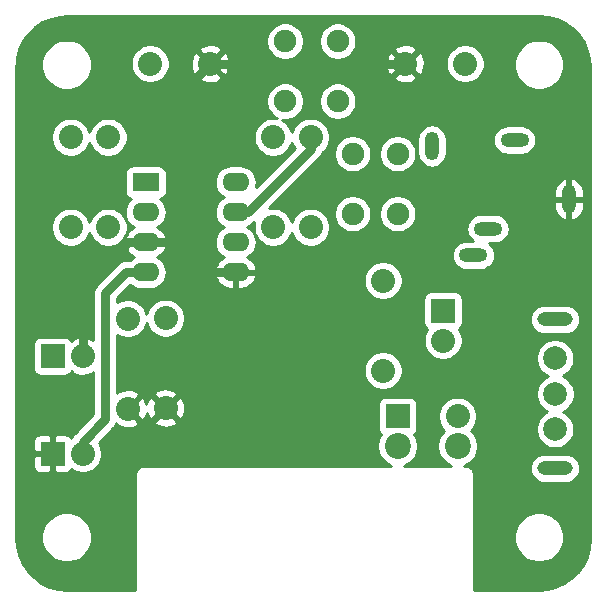
<source format=gbr>
G04 #@! TF.GenerationSoftware,KiCad,Pcbnew,(5.1.10)-1*
G04 #@! TF.CreationDate,2021-07-25T15:26:41+01:00*
G04 #@! TF.ProjectId,EMFDetector_v2,454d4644-6574-4656-9374-6f725f76322e,rev?*
G04 #@! TF.SameCoordinates,PX7270e00PY8a48640*
G04 #@! TF.FileFunction,Copper,L1,Top*
G04 #@! TF.FilePolarity,Positive*
%FSLAX46Y46*%
G04 Gerber Fmt 4.6, Leading zero omitted, Abs format (unit mm)*
G04 Created by KiCad (PCBNEW (5.1.10)-1) date 2021-07-25 15:26:41*
%MOMM*%
%LPD*%
G01*
G04 APERTURE LIST*
G04 #@! TA.AperFunction,ComponentPad*
%ADD10C,2.032000*%
G04 #@! TD*
G04 #@! TA.AperFunction,ComponentPad*
%ADD11R,2.032000X2.032000*%
G04 #@! TD*
G04 #@! TA.AperFunction,ComponentPad*
%ADD12O,2.286000X1.574800*%
G04 #@! TD*
G04 #@! TA.AperFunction,ComponentPad*
%ADD13R,2.286000X1.574800*%
G04 #@! TD*
G04 #@! TA.AperFunction,ComponentPad*
%ADD14C,2.199640*%
G04 #@! TD*
G04 #@! TA.AperFunction,ComponentPad*
%ADD15O,3.000000X1.200000*%
G04 #@! TD*
G04 #@! TA.AperFunction,ComponentPad*
%ADD16C,2.000000*%
G04 #@! TD*
G04 #@! TA.AperFunction,ComponentPad*
%ADD17C,1.905000*%
G04 #@! TD*
G04 #@! TA.AperFunction,ComponentPad*
%ADD18O,2.400000X1.200000*%
G04 #@! TD*
G04 #@! TA.AperFunction,ComponentPad*
%ADD19O,1.200000X2.400000*%
G04 #@! TD*
G04 #@! TA.AperFunction,Conductor*
%ADD20C,0.762000*%
G04 #@! TD*
G04 #@! TA.AperFunction,Conductor*
%ADD21C,0.254000*%
G04 #@! TD*
G04 #@! TA.AperFunction,Conductor*
%ADD22C,0.300000*%
G04 #@! TD*
G04 APERTURE END LIST*
D10*
X6332000Y12230000D03*
D11*
X3792000Y12230000D03*
D10*
X6332000Y20485000D03*
D11*
X3792000Y20485000D03*
D12*
X19286000Y35217000D03*
X19286000Y32677000D03*
X19286000Y30137000D03*
X19286000Y27597000D03*
X11666000Y27597000D03*
X11666000Y30137000D03*
X11666000Y32677000D03*
D13*
X11666000Y35217000D03*
D14*
X38082000Y12865000D03*
X33002000Y12865000D03*
D10*
X38082000Y15405000D03*
D11*
X33002000Y15405000D03*
D15*
X46337000Y11010000D03*
X46337000Y23610000D03*
D16*
X46337000Y14310000D03*
X46337000Y20310000D03*
X46362400Y17302380D03*
D11*
X36845000Y24350000D03*
D10*
X36845000Y21810000D03*
X31765000Y19270000D03*
X31765000Y26890000D03*
X22461000Y39027000D03*
X22461000Y31407000D03*
X8491000Y39027000D03*
X8491000Y31407000D03*
D17*
X27922000Y42075000D03*
X27922000Y47155000D03*
X23477000Y42075000D03*
X23477000Y47155000D03*
X29192000Y32550000D03*
X29192000Y37630000D03*
X33002000Y32550000D03*
X33002000Y37630000D03*
D10*
X12047000Y45250000D03*
X17127000Y45250000D03*
X33637000Y45250000D03*
X38717000Y45250000D03*
D18*
X40657000Y31285000D03*
D19*
X47507000Y33785000D03*
D18*
X42907000Y38785000D03*
X39407000Y29035000D03*
D19*
X35907000Y38285000D03*
D10*
X10142000Y23660000D03*
X10142000Y16040000D03*
X13350000Y23715000D03*
X13350000Y16095000D03*
X25636000Y31407000D03*
X25636000Y39027000D03*
X5316000Y39027000D03*
X5316000Y31407000D03*
D20*
X14714000Y30137000D02*
X14714000Y42837000D01*
X14714000Y42837000D02*
X17127000Y45250000D01*
X6332000Y20485000D02*
X6332000Y26327000D01*
X10142000Y30137000D02*
X11666000Y30137000D01*
X6332000Y26327000D02*
X10142000Y30137000D01*
X17127000Y45250000D02*
X33637000Y45250000D01*
X11666000Y30137000D02*
X14714000Y30137000D01*
X14714000Y30137000D02*
X17254000Y27597000D01*
X17254000Y27597000D02*
X19286000Y27597000D01*
X6332000Y12230000D02*
X6332000Y13246000D01*
X6332000Y13246000D02*
X8237000Y15151000D01*
X10015000Y27597000D02*
X11666000Y27597000D01*
X8237000Y25819000D02*
X10015000Y27597000D01*
X8237000Y15151000D02*
X8237000Y25819000D01*
X19286000Y32677000D02*
X20302000Y32677000D01*
X20302000Y32677000D02*
X25636000Y38011000D01*
X25636000Y38011000D02*
X25636000Y39027000D01*
X19286000Y32677000D02*
X20048000Y32677000D01*
X25636000Y38265000D02*
X25636000Y39027000D01*
D21*
X45759192Y49219422D02*
X46494389Y49018295D01*
X47182351Y48690154D01*
X47801331Y48245372D01*
X48331761Y47698012D01*
X48756884Y47065361D01*
X49063251Y46367439D01*
X49242499Y45620817D01*
X49290000Y44973970D01*
X49290001Y5031630D01*
X49219422Y4240807D01*
X49018295Y3505611D01*
X48690152Y2817645D01*
X48245374Y2198672D01*
X47698012Y1668239D01*
X47065362Y1243117D01*
X46367439Y936749D01*
X45620819Y757501D01*
X44973970Y710000D01*
X39460000Y710000D01*
X39460000Y5375279D01*
X42847000Y5375279D01*
X42847000Y4954721D01*
X42929047Y4542244D01*
X43089988Y4153698D01*
X43323637Y3804017D01*
X43621017Y3506637D01*
X43970698Y3272988D01*
X44359244Y3112047D01*
X44771721Y3030000D01*
X45192279Y3030000D01*
X45604756Y3112047D01*
X45993302Y3272988D01*
X46342983Y3506637D01*
X46640363Y3804017D01*
X46874012Y4153698D01*
X47034953Y4542244D01*
X47117000Y4954721D01*
X47117000Y5375279D01*
X47034953Y5787756D01*
X46874012Y6176302D01*
X46640363Y6525983D01*
X46342983Y6823363D01*
X45993302Y7057012D01*
X45604756Y7217953D01*
X45192279Y7300000D01*
X44771721Y7300000D01*
X44359244Y7217953D01*
X43970698Y7057012D01*
X43621017Y6823363D01*
X43323637Y6525983D01*
X43089988Y6176302D01*
X42929047Y5787756D01*
X42847000Y5375279D01*
X39460000Y5375279D01*
X39460000Y10465123D01*
X39463435Y10500000D01*
X39449727Y10639184D01*
X39409128Y10773020D01*
X39343200Y10896363D01*
X39254475Y11004475D01*
X39247743Y11010000D01*
X44196025Y11010000D01*
X44219870Y10767898D01*
X44290489Y10535099D01*
X44405167Y10320551D01*
X44559498Y10132498D01*
X44747551Y9978167D01*
X44962099Y9863489D01*
X45194898Y9792870D01*
X45376335Y9775000D01*
X47297665Y9775000D01*
X47479102Y9792870D01*
X47711901Y9863489D01*
X47926449Y9978167D01*
X48114502Y10132498D01*
X48268833Y10320551D01*
X48383511Y10535099D01*
X48454130Y10767898D01*
X48477975Y11010000D01*
X48454130Y11252102D01*
X48383511Y11484901D01*
X48268833Y11699449D01*
X48114502Y11887502D01*
X47926449Y12041833D01*
X47711901Y12156511D01*
X47479102Y12227130D01*
X47297665Y12245000D01*
X45376335Y12245000D01*
X45194898Y12227130D01*
X44962099Y12156511D01*
X44747551Y12041833D01*
X44559498Y11887502D01*
X44405167Y11699449D01*
X44290489Y11484901D01*
X44219870Y11252102D01*
X44196025Y11010000D01*
X39247743Y11010000D01*
X39146363Y11093200D01*
X39023020Y11159128D01*
X38889184Y11199727D01*
X38750000Y11213435D01*
X38715123Y11210000D01*
X38619780Y11210000D01*
X38903745Y11327623D01*
X39187883Y11517477D01*
X39429523Y11759117D01*
X39619377Y12043255D01*
X39750152Y12358972D01*
X39816820Y12694135D01*
X39816820Y13035865D01*
X39750152Y13371028D01*
X39619377Y13686745D01*
X39429523Y13970883D01*
X39206136Y14194270D01*
X39364415Y14352549D01*
X39545097Y14622958D01*
X39669553Y14923421D01*
X39733000Y15242391D01*
X39733000Y15567609D01*
X39669553Y15886579D01*
X39545097Y16187042D01*
X39364415Y16457451D01*
X39134451Y16687415D01*
X38864042Y16868097D01*
X38563579Y16992553D01*
X38244609Y17056000D01*
X37919391Y17056000D01*
X37600421Y16992553D01*
X37299958Y16868097D01*
X37029549Y16687415D01*
X36799585Y16457451D01*
X36618903Y16187042D01*
X36494447Y15886579D01*
X36431000Y15567609D01*
X36431000Y15242391D01*
X36494447Y14923421D01*
X36618903Y14622958D01*
X36799585Y14352549D01*
X36957864Y14194270D01*
X36734477Y13970883D01*
X36544623Y13686745D01*
X36413848Y13371028D01*
X36347180Y13035865D01*
X36347180Y12694135D01*
X36413848Y12358972D01*
X36544623Y12043255D01*
X36734477Y11759117D01*
X36976117Y11517477D01*
X37260255Y11327623D01*
X37544220Y11210000D01*
X33539780Y11210000D01*
X33823745Y11327623D01*
X34107883Y11517477D01*
X34349523Y11759117D01*
X34539377Y12043255D01*
X34670152Y12358972D01*
X34736820Y12694135D01*
X34736820Y13035865D01*
X34670152Y13371028D01*
X34539377Y13686745D01*
X34406172Y13886102D01*
X34469185Y13937815D01*
X34548537Y14034506D01*
X34607502Y14144820D01*
X34643812Y14264518D01*
X34656072Y14389000D01*
X34656072Y16421000D01*
X34643812Y16545482D01*
X34607502Y16665180D01*
X34548537Y16775494D01*
X34469185Y16872185D01*
X34372494Y16951537D01*
X34262180Y17010502D01*
X34142482Y17046812D01*
X34018000Y17059072D01*
X31986000Y17059072D01*
X31861518Y17046812D01*
X31741820Y17010502D01*
X31631506Y16951537D01*
X31534815Y16872185D01*
X31455463Y16775494D01*
X31396498Y16665180D01*
X31360188Y16545482D01*
X31347928Y16421000D01*
X31347928Y14389000D01*
X31360188Y14264518D01*
X31396498Y14144820D01*
X31455463Y14034506D01*
X31534815Y13937815D01*
X31597828Y13886102D01*
X31464623Y13686745D01*
X31333848Y13371028D01*
X31267180Y13035865D01*
X31267180Y12694135D01*
X31333848Y12358972D01*
X31464623Y12043255D01*
X31654477Y11759117D01*
X31896117Y11517477D01*
X32180255Y11327623D01*
X32464220Y11210000D01*
X11534877Y11210000D01*
X11500000Y11213435D01*
X11465123Y11210000D01*
X11360816Y11199727D01*
X11226980Y11159128D01*
X11103637Y11093200D01*
X10995525Y11004475D01*
X10906800Y10896363D01*
X10840872Y10773020D01*
X10800273Y10639184D01*
X10786565Y10500000D01*
X10790001Y10465113D01*
X10790000Y710000D01*
X5031618Y710000D01*
X4240807Y780578D01*
X3505611Y981705D01*
X2817645Y1309848D01*
X2198672Y1754626D01*
X1668239Y2301988D01*
X1243117Y2934638D01*
X936749Y3632561D01*
X757501Y4379181D01*
X710000Y5026030D01*
X710000Y5375279D01*
X2847000Y5375279D01*
X2847000Y4954721D01*
X2929047Y4542244D01*
X3089988Y4153698D01*
X3323637Y3804017D01*
X3621017Y3506637D01*
X3970698Y3272988D01*
X4359244Y3112047D01*
X4771721Y3030000D01*
X5192279Y3030000D01*
X5604756Y3112047D01*
X5993302Y3272988D01*
X6342983Y3506637D01*
X6640363Y3804017D01*
X6874012Y4153698D01*
X7034953Y4542244D01*
X7117000Y4954721D01*
X7117000Y5375279D01*
X7034953Y5787756D01*
X6874012Y6176302D01*
X6640363Y6525983D01*
X6342983Y6823363D01*
X5993302Y7057012D01*
X5604756Y7217953D01*
X5192279Y7300000D01*
X4771721Y7300000D01*
X4359244Y7217953D01*
X3970698Y7057012D01*
X3621017Y6823363D01*
X3323637Y6525983D01*
X3089988Y6176302D01*
X2929047Y5787756D01*
X2847000Y5375279D01*
X710000Y5375279D01*
X710000Y11214000D01*
X2137928Y11214000D01*
X2150188Y11089518D01*
X2186498Y10969820D01*
X2245463Y10859506D01*
X2324815Y10762815D01*
X2421506Y10683463D01*
X2531820Y10624498D01*
X2651518Y10588188D01*
X2776000Y10575928D01*
X3506250Y10579000D01*
X3665000Y10737750D01*
X3665000Y12103000D01*
X2299750Y12103000D01*
X2141000Y11944250D01*
X2137928Y11214000D01*
X710000Y11214000D01*
X710000Y13246000D01*
X2137928Y13246000D01*
X2141000Y12515750D01*
X2299750Y12357000D01*
X3665000Y12357000D01*
X3665000Y13722250D01*
X3506250Y13881000D01*
X2776000Y13884072D01*
X2651518Y13871812D01*
X2531820Y13835502D01*
X2421506Y13776537D01*
X2324815Y13697185D01*
X2245463Y13600494D01*
X2186498Y13490180D01*
X2150188Y13370482D01*
X2137928Y13246000D01*
X710000Y13246000D01*
X710000Y21501000D01*
X2137928Y21501000D01*
X2137928Y19469000D01*
X2150188Y19344518D01*
X2186498Y19224820D01*
X2245463Y19114506D01*
X2324815Y19017815D01*
X2421506Y18938463D01*
X2531820Y18879498D01*
X2651518Y18843188D01*
X2776000Y18830928D01*
X4808000Y18830928D01*
X4932482Y18843188D01*
X5052180Y18879498D01*
X5162494Y18938463D01*
X5259185Y19017815D01*
X5338537Y19114506D01*
X5397502Y19224820D01*
X5401532Y19238104D01*
X5462478Y19072140D01*
X5754821Y18929652D01*
X6069344Y18846936D01*
X6393962Y18827169D01*
X6716198Y18871112D01*
X7023670Y18977076D01*
X7201522Y19072140D01*
X7221000Y19125182D01*
X7221000Y15571841D01*
X5648868Y13999708D01*
X5610105Y13967896D01*
X5483141Y13813190D01*
X5475823Y13799498D01*
X5388799Y13636687D01*
X5369291Y13572379D01*
X5357704Y13564636D01*
X5338537Y13600494D01*
X5259185Y13697185D01*
X5162494Y13776537D01*
X5052180Y13835502D01*
X4932482Y13871812D01*
X4808000Y13884072D01*
X4077750Y13881000D01*
X3919000Y13722250D01*
X3919000Y12357000D01*
X3939000Y12357000D01*
X3939000Y12103000D01*
X3919000Y12103000D01*
X3919000Y10737750D01*
X4077750Y10579000D01*
X4808000Y10575928D01*
X4932482Y10588188D01*
X5052180Y10624498D01*
X5162494Y10683463D01*
X5259185Y10762815D01*
X5338537Y10859506D01*
X5357704Y10895364D01*
X5549958Y10766903D01*
X5850421Y10642447D01*
X6169391Y10579000D01*
X6494609Y10579000D01*
X6813579Y10642447D01*
X7114042Y10766903D01*
X7384451Y10947585D01*
X7614415Y11177549D01*
X7795097Y11447958D01*
X7919553Y11748421D01*
X7983000Y12067391D01*
X7983000Y12392609D01*
X7919553Y12711579D01*
X7795097Y13012042D01*
X7690869Y13168029D01*
X8920133Y14397292D01*
X8958896Y14429104D01*
X9085860Y14583810D01*
X9180202Y14760313D01*
X9199822Y14824991D01*
X9272478Y14627140D01*
X9564821Y14484652D01*
X9879344Y14401936D01*
X10203962Y14382169D01*
X10526198Y14426112D01*
X10833670Y14532076D01*
X11011522Y14627140D01*
X11109218Y14893177D01*
X11054218Y14948177D01*
X12382782Y14948177D01*
X12480478Y14682140D01*
X12772821Y14539652D01*
X13087344Y14456936D01*
X13411962Y14437169D01*
X13734198Y14481112D01*
X14041670Y14587076D01*
X14219522Y14682140D01*
X14317218Y14948177D01*
X13350000Y15915395D01*
X12382782Y14948177D01*
X11054218Y14948177D01*
X10142000Y15860395D01*
X10127858Y15846252D01*
X9948253Y16025857D01*
X9962395Y16040000D01*
X10321605Y16040000D01*
X11288823Y15072782D01*
X11554860Y15170478D01*
X11697348Y15462821D01*
X11751115Y15667268D01*
X11842076Y15403330D01*
X11937140Y15225478D01*
X12203177Y15127782D01*
X13170395Y16095000D01*
X13529605Y16095000D01*
X14496823Y15127782D01*
X14762860Y15225478D01*
X14905348Y15517821D01*
X14988064Y15832344D01*
X15007831Y16156962D01*
X14963888Y16479198D01*
X14857924Y16786670D01*
X14762860Y16964522D01*
X14496823Y17062218D01*
X13529605Y16095000D01*
X13170395Y16095000D01*
X12203177Y17062218D01*
X11937140Y16964522D01*
X11794652Y16672179D01*
X11740885Y16467732D01*
X11649924Y16731670D01*
X11554860Y16909522D01*
X11288823Y17007218D01*
X10321605Y16040000D01*
X9962395Y16040000D01*
X9948253Y16054142D01*
X10127858Y16233747D01*
X10142000Y16219605D01*
X11109218Y17186823D01*
X11089021Y17241823D01*
X12382782Y17241823D01*
X13350000Y16274605D01*
X14317218Y17241823D01*
X14219522Y17507860D01*
X13927179Y17650348D01*
X13612656Y17733064D01*
X13288038Y17752831D01*
X12965802Y17708888D01*
X12658330Y17602924D01*
X12480478Y17507860D01*
X12382782Y17241823D01*
X11089021Y17241823D01*
X11011522Y17452860D01*
X10719179Y17595348D01*
X10404656Y17678064D01*
X10080038Y17697831D01*
X9757802Y17653888D01*
X9450330Y17547924D01*
X9272478Y17452860D01*
X9253000Y17399819D01*
X9253000Y19432609D01*
X30114000Y19432609D01*
X30114000Y19107391D01*
X30177447Y18788421D01*
X30301903Y18487958D01*
X30482585Y18217549D01*
X30712549Y17987585D01*
X30982958Y17806903D01*
X31283421Y17682447D01*
X31602391Y17619000D01*
X31927609Y17619000D01*
X32246579Y17682447D01*
X32547042Y17806903D01*
X32817451Y17987585D01*
X33047415Y18217549D01*
X33228097Y18487958D01*
X33352553Y18788421D01*
X33416000Y19107391D01*
X33416000Y19432609D01*
X33352553Y19751579D01*
X33228097Y20052042D01*
X33047415Y20322451D01*
X32817451Y20552415D01*
X32547042Y20733097D01*
X32246579Y20857553D01*
X31927609Y20921000D01*
X31602391Y20921000D01*
X31283421Y20857553D01*
X30982958Y20733097D01*
X30712549Y20552415D01*
X30482585Y20322451D01*
X30301903Y20052042D01*
X30177447Y19751579D01*
X30114000Y19432609D01*
X9253000Y19432609D01*
X9253000Y22268370D01*
X9359958Y22196903D01*
X9660421Y22072447D01*
X9979391Y22009000D01*
X10304609Y22009000D01*
X10623579Y22072447D01*
X10924042Y22196903D01*
X11194451Y22377585D01*
X11424415Y22607549D01*
X11605097Y22877958D01*
X11729553Y23178421D01*
X11751470Y23288606D01*
X11762447Y23233421D01*
X11886903Y22932958D01*
X12067585Y22662549D01*
X12297549Y22432585D01*
X12567958Y22251903D01*
X12868421Y22127447D01*
X13187391Y22064000D01*
X13512609Y22064000D01*
X13831579Y22127447D01*
X14132042Y22251903D01*
X14402451Y22432585D01*
X14632415Y22662549D01*
X14813097Y22932958D01*
X14937553Y23233421D01*
X15001000Y23552391D01*
X15001000Y23877609D01*
X14937553Y24196579D01*
X14813097Y24497042D01*
X14632415Y24767451D01*
X14402451Y24997415D01*
X14132042Y25178097D01*
X13831579Y25302553D01*
X13512609Y25366000D01*
X13187391Y25366000D01*
X12868421Y25302553D01*
X12567958Y25178097D01*
X12297549Y24997415D01*
X12067585Y24767451D01*
X11886903Y24497042D01*
X11762447Y24196579D01*
X11740530Y24086394D01*
X11729553Y24141579D01*
X11605097Y24442042D01*
X11424415Y24712451D01*
X11194451Y24942415D01*
X10924042Y25123097D01*
X10623579Y25247553D01*
X10304609Y25311000D01*
X9979391Y25311000D01*
X9660421Y25247553D01*
X9359958Y25123097D01*
X9253000Y25051630D01*
X9253000Y25398160D01*
X10377431Y26522590D01*
X10516333Y26408595D01*
X10763437Y26276516D01*
X11031561Y26195181D01*
X11240525Y26174600D01*
X12091475Y26174600D01*
X12300439Y26195181D01*
X12568563Y26276516D01*
X12815667Y26408595D01*
X13032255Y26586345D01*
X13210005Y26802933D01*
X13342084Y27050037D01*
X13402724Y27249940D01*
X17550990Y27249940D01*
X17567672Y27170004D01*
X17677159Y26912354D01*
X17834808Y26681014D01*
X18034560Y26484875D01*
X18268738Y26331474D01*
X18528344Y26226707D01*
X18803400Y26174600D01*
X19159000Y26174600D01*
X19159000Y27470000D01*
X19413000Y27470000D01*
X19413000Y26174600D01*
X19768600Y26174600D01*
X20043656Y26226707D01*
X20303262Y26331474D01*
X20537440Y26484875D01*
X20737192Y26681014D01*
X20894841Y26912354D01*
X20954441Y27052609D01*
X30114000Y27052609D01*
X30114000Y26727391D01*
X30177447Y26408421D01*
X30301903Y26107958D01*
X30482585Y25837549D01*
X30712549Y25607585D01*
X30982958Y25426903D01*
X31283421Y25302447D01*
X31602391Y25239000D01*
X31927609Y25239000D01*
X32246579Y25302447D01*
X32400009Y25366000D01*
X35190928Y25366000D01*
X35190928Y23334000D01*
X35203188Y23209518D01*
X35239498Y23089820D01*
X35298463Y22979506D01*
X35377815Y22882815D01*
X35474506Y22803463D01*
X35510364Y22784296D01*
X35381903Y22592042D01*
X35257447Y22291579D01*
X35194000Y21972609D01*
X35194000Y21647391D01*
X35257447Y21328421D01*
X35381903Y21027958D01*
X35562585Y20757549D01*
X35792549Y20527585D01*
X36062958Y20346903D01*
X36363421Y20222447D01*
X36682391Y20159000D01*
X37007609Y20159000D01*
X37326579Y20222447D01*
X37627042Y20346903D01*
X37812815Y20471033D01*
X44702000Y20471033D01*
X44702000Y20148967D01*
X44764832Y19833088D01*
X44888082Y19535537D01*
X45067013Y19267748D01*
X45294748Y19040013D01*
X45562537Y18861082D01*
X45707758Y18800929D01*
X45587937Y18751298D01*
X45320148Y18572367D01*
X45092413Y18344632D01*
X44913482Y18076843D01*
X44790232Y17779292D01*
X44727400Y17463413D01*
X44727400Y17141347D01*
X44790232Y16825468D01*
X44913482Y16527917D01*
X45092413Y16260128D01*
X45320148Y16032393D01*
X45587937Y15853462D01*
X45689361Y15811451D01*
X45562537Y15758918D01*
X45294748Y15579987D01*
X45067013Y15352252D01*
X44888082Y15084463D01*
X44764832Y14786912D01*
X44702000Y14471033D01*
X44702000Y14148967D01*
X44764832Y13833088D01*
X44888082Y13535537D01*
X45067013Y13267748D01*
X45294748Y13040013D01*
X45562537Y12861082D01*
X45860088Y12737832D01*
X46175967Y12675000D01*
X46498033Y12675000D01*
X46813912Y12737832D01*
X47111463Y12861082D01*
X47379252Y13040013D01*
X47606987Y13267748D01*
X47785918Y13535537D01*
X47909168Y13833088D01*
X47972000Y14148967D01*
X47972000Y14471033D01*
X47909168Y14786912D01*
X47785918Y15084463D01*
X47606987Y15352252D01*
X47379252Y15579987D01*
X47111463Y15758918D01*
X47010039Y15800929D01*
X47136863Y15853462D01*
X47404652Y16032393D01*
X47632387Y16260128D01*
X47811318Y16527917D01*
X47934568Y16825468D01*
X47997400Y17141347D01*
X47997400Y17463413D01*
X47934568Y17779292D01*
X47811318Y18076843D01*
X47632387Y18344632D01*
X47404652Y18572367D01*
X47136863Y18751298D01*
X46991642Y18811451D01*
X47111463Y18861082D01*
X47379252Y19040013D01*
X47606987Y19267748D01*
X47785918Y19535537D01*
X47909168Y19833088D01*
X47972000Y20148967D01*
X47972000Y20471033D01*
X47909168Y20786912D01*
X47785918Y21084463D01*
X47606987Y21352252D01*
X47379252Y21579987D01*
X47111463Y21758918D01*
X46813912Y21882168D01*
X46498033Y21945000D01*
X46175967Y21945000D01*
X45860088Y21882168D01*
X45562537Y21758918D01*
X45294748Y21579987D01*
X45067013Y21352252D01*
X44888082Y21084463D01*
X44764832Y20786912D01*
X44702000Y20471033D01*
X37812815Y20471033D01*
X37897451Y20527585D01*
X38127415Y20757549D01*
X38308097Y21027958D01*
X38432553Y21328421D01*
X38496000Y21647391D01*
X38496000Y21972609D01*
X38432553Y22291579D01*
X38308097Y22592042D01*
X38179636Y22784296D01*
X38215494Y22803463D01*
X38312185Y22882815D01*
X38391537Y22979506D01*
X38450502Y23089820D01*
X38486812Y23209518D01*
X38499072Y23334000D01*
X38499072Y23610000D01*
X44196025Y23610000D01*
X44219870Y23367898D01*
X44290489Y23135099D01*
X44405167Y22920551D01*
X44559498Y22732498D01*
X44747551Y22578167D01*
X44962099Y22463489D01*
X45194898Y22392870D01*
X45376335Y22375000D01*
X47297665Y22375000D01*
X47479102Y22392870D01*
X47711901Y22463489D01*
X47926449Y22578167D01*
X48114502Y22732498D01*
X48268833Y22920551D01*
X48383511Y23135099D01*
X48454130Y23367898D01*
X48477975Y23610000D01*
X48454130Y23852102D01*
X48383511Y24084901D01*
X48268833Y24299449D01*
X48114502Y24487502D01*
X47926449Y24641833D01*
X47711901Y24756511D01*
X47479102Y24827130D01*
X47297665Y24845000D01*
X45376335Y24845000D01*
X45194898Y24827130D01*
X44962099Y24756511D01*
X44747551Y24641833D01*
X44559498Y24487502D01*
X44405167Y24299449D01*
X44290489Y24084901D01*
X44219870Y23852102D01*
X44196025Y23610000D01*
X38499072Y23610000D01*
X38499072Y25366000D01*
X38486812Y25490482D01*
X38450502Y25610180D01*
X38391537Y25720494D01*
X38312185Y25817185D01*
X38215494Y25896537D01*
X38105180Y25955502D01*
X37985482Y25991812D01*
X37861000Y26004072D01*
X35829000Y26004072D01*
X35704518Y25991812D01*
X35584820Y25955502D01*
X35474506Y25896537D01*
X35377815Y25817185D01*
X35298463Y25720494D01*
X35239498Y25610180D01*
X35203188Y25490482D01*
X35190928Y25366000D01*
X32400009Y25366000D01*
X32547042Y25426903D01*
X32817451Y25607585D01*
X33047415Y25837549D01*
X33228097Y26107958D01*
X33352553Y26408421D01*
X33416000Y26727391D01*
X33416000Y27052609D01*
X33352553Y27371579D01*
X33228097Y27672042D01*
X33047415Y27942451D01*
X32817451Y28172415D01*
X32547042Y28353097D01*
X32246579Y28477553D01*
X31927609Y28541000D01*
X31602391Y28541000D01*
X31283421Y28477553D01*
X30982958Y28353097D01*
X30712549Y28172415D01*
X30482585Y27942451D01*
X30301903Y27672042D01*
X30177447Y27371579D01*
X30114000Y27052609D01*
X20954441Y27052609D01*
X21004328Y27170004D01*
X21021010Y27249940D01*
X20898852Y27470000D01*
X19413000Y27470000D01*
X19159000Y27470000D01*
X17673148Y27470000D01*
X17550990Y27249940D01*
X13402724Y27249940D01*
X13423419Y27318161D01*
X13450882Y27597000D01*
X13423419Y27875839D01*
X13342084Y28143963D01*
X13210005Y28391067D01*
X13032255Y28607655D01*
X12815667Y28785405D01*
X12666955Y28864893D01*
X12683262Y28871474D01*
X12917440Y29024875D01*
X13117192Y29221014D01*
X13274841Y29452354D01*
X13384328Y29710004D01*
X13401010Y29789940D01*
X13278852Y30010000D01*
X11793000Y30010000D01*
X11793000Y29990000D01*
X11539000Y29990000D01*
X11539000Y30010000D01*
X10053148Y30010000D01*
X9930990Y29789940D01*
X9947672Y29710004D01*
X10057159Y29452354D01*
X10214808Y29221014D01*
X10414560Y29024875D01*
X10648738Y28871474D01*
X10665045Y28864893D01*
X10516333Y28785405D01*
X10306258Y28613000D01*
X10064902Y28613000D01*
X10015000Y28617915D01*
X9965098Y28613000D01*
X9815829Y28598298D01*
X9624313Y28540202D01*
X9447810Y28445860D01*
X9293104Y28318896D01*
X9261292Y28280133D01*
X7553868Y26572708D01*
X7515105Y26540896D01*
X7388141Y26386190D01*
X7358895Y26331474D01*
X7293799Y26209687D01*
X7235702Y26018170D01*
X7216085Y25819000D01*
X7221001Y25769088D01*
X7221001Y21844818D01*
X7201522Y21897860D01*
X6909179Y22040348D01*
X6594656Y22123064D01*
X6270038Y22142831D01*
X5947802Y22098888D01*
X5640330Y21992924D01*
X5462478Y21897860D01*
X5401532Y21731896D01*
X5397502Y21745180D01*
X5338537Y21855494D01*
X5259185Y21952185D01*
X5162494Y22031537D01*
X5052180Y22090502D01*
X4932482Y22126812D01*
X4808000Y22139072D01*
X2776000Y22139072D01*
X2651518Y22126812D01*
X2531820Y22090502D01*
X2421506Y22031537D01*
X2324815Y21952185D01*
X2245463Y21855494D01*
X2186498Y21745180D01*
X2150188Y21625482D01*
X2137928Y21501000D01*
X710000Y21501000D01*
X710000Y31569609D01*
X3665000Y31569609D01*
X3665000Y31244391D01*
X3728447Y30925421D01*
X3852903Y30624958D01*
X4033585Y30354549D01*
X4263549Y30124585D01*
X4533958Y29943903D01*
X4834421Y29819447D01*
X5153391Y29756000D01*
X5478609Y29756000D01*
X5797579Y29819447D01*
X6098042Y29943903D01*
X6368451Y30124585D01*
X6598415Y30354549D01*
X6779097Y30624958D01*
X6903500Y30925293D01*
X7027903Y30624958D01*
X7208585Y30354549D01*
X7438549Y30124585D01*
X7708958Y29943903D01*
X8009421Y29819447D01*
X8328391Y29756000D01*
X8653609Y29756000D01*
X8972579Y29819447D01*
X9273042Y29943903D01*
X9543451Y30124585D01*
X9773415Y30354549D01*
X9954097Y30624958D01*
X10078553Y30925421D01*
X10142000Y31244391D01*
X10142000Y31569609D01*
X10078553Y31888579D01*
X9954097Y32189042D01*
X9773415Y32459451D01*
X9555866Y32677000D01*
X9881118Y32677000D01*
X9908581Y32398161D01*
X9989916Y32130037D01*
X10121995Y31882933D01*
X10299745Y31666345D01*
X10516333Y31488595D01*
X10665045Y31409107D01*
X10648738Y31402526D01*
X10414560Y31249125D01*
X10214808Y31052986D01*
X10057159Y30821646D01*
X9947672Y30563996D01*
X9930990Y30484060D01*
X10053148Y30264000D01*
X11539000Y30264000D01*
X11539000Y30284000D01*
X11793000Y30284000D01*
X11793000Y30264000D01*
X13278852Y30264000D01*
X13401010Y30484060D01*
X13384328Y30563996D01*
X13274841Y30821646D01*
X13117192Y31052986D01*
X12917440Y31249125D01*
X12683262Y31402526D01*
X12666955Y31409107D01*
X12815667Y31488595D01*
X13032255Y31666345D01*
X13210005Y31882933D01*
X13342084Y32130037D01*
X13423419Y32398161D01*
X13450882Y32677000D01*
X13423419Y32955839D01*
X13342084Y33223963D01*
X13210005Y33471067D01*
X13032255Y33687655D01*
X12895326Y33800030D01*
X12933482Y33803788D01*
X13053180Y33840098D01*
X13163494Y33899063D01*
X13260185Y33978415D01*
X13339537Y34075106D01*
X13398502Y34185420D01*
X13434812Y34305118D01*
X13447072Y34429600D01*
X13447072Y35217000D01*
X17501118Y35217000D01*
X17528581Y34938161D01*
X17609916Y34670037D01*
X17741995Y34422933D01*
X17919745Y34206345D01*
X18136333Y34028595D01*
X18288987Y33947000D01*
X18136333Y33865405D01*
X17919745Y33687655D01*
X17741995Y33471067D01*
X17609916Y33223963D01*
X17528581Y32955839D01*
X17501118Y32677000D01*
X17528581Y32398161D01*
X17609916Y32130037D01*
X17741995Y31882933D01*
X17919745Y31666345D01*
X18136333Y31488595D01*
X18288987Y31407000D01*
X18136333Y31325405D01*
X17919745Y31147655D01*
X17741995Y30931067D01*
X17609916Y30683963D01*
X17528581Y30415839D01*
X17501118Y30137000D01*
X17528581Y29858161D01*
X17609916Y29590037D01*
X17741995Y29342933D01*
X17919745Y29126345D01*
X18136333Y28948595D01*
X18285045Y28869107D01*
X18268738Y28862526D01*
X18034560Y28709125D01*
X17834808Y28512986D01*
X17677159Y28281646D01*
X17567672Y28023996D01*
X17550990Y27944060D01*
X17673148Y27724000D01*
X19159000Y27724000D01*
X19159000Y27744000D01*
X19413000Y27744000D01*
X19413000Y27724000D01*
X20898852Y27724000D01*
X21021010Y27944060D01*
X21004328Y28023996D01*
X20894841Y28281646D01*
X20737192Y28512986D01*
X20537440Y28709125D01*
X20303262Y28862526D01*
X20286955Y28869107D01*
X20435667Y28948595D01*
X20540951Y29035000D01*
X37566025Y29035000D01*
X37589870Y28792898D01*
X37660489Y28560099D01*
X37775167Y28345551D01*
X37929498Y28157498D01*
X38117551Y28003167D01*
X38332099Y27888489D01*
X38564898Y27817870D01*
X38746335Y27800000D01*
X40067665Y27800000D01*
X40249102Y27817870D01*
X40481901Y27888489D01*
X40696449Y28003167D01*
X40884502Y28157498D01*
X41038833Y28345551D01*
X41153511Y28560099D01*
X41224130Y28792898D01*
X41247975Y29035000D01*
X41224130Y29277102D01*
X41153511Y29509901D01*
X41038833Y29724449D01*
X40884502Y29912502D01*
X40716960Y30050000D01*
X41317665Y30050000D01*
X41499102Y30067870D01*
X41731901Y30138489D01*
X41946449Y30253167D01*
X42134502Y30407498D01*
X42288833Y30595551D01*
X42403511Y30810099D01*
X42474130Y31042898D01*
X42497975Y31285000D01*
X42474130Y31527102D01*
X42403511Y31759901D01*
X42288833Y31974449D01*
X42134502Y32162502D01*
X41946449Y32316833D01*
X41731901Y32431511D01*
X41499102Y32502130D01*
X41317665Y32520000D01*
X39996335Y32520000D01*
X39814898Y32502130D01*
X39582099Y32431511D01*
X39367551Y32316833D01*
X39179498Y32162502D01*
X39025167Y31974449D01*
X38910489Y31759901D01*
X38839870Y31527102D01*
X38816025Y31285000D01*
X38839870Y31042898D01*
X38910489Y30810099D01*
X39025167Y30595551D01*
X39179498Y30407498D01*
X39347040Y30270000D01*
X38746335Y30270000D01*
X38564898Y30252130D01*
X38332099Y30181511D01*
X38117551Y30066833D01*
X37929498Y29912502D01*
X37775167Y29724449D01*
X37660489Y29509901D01*
X37589870Y29277102D01*
X37566025Y29035000D01*
X20540951Y29035000D01*
X20652255Y29126345D01*
X20830005Y29342933D01*
X20962084Y29590037D01*
X21043419Y29858161D01*
X21070882Y30137000D01*
X21043419Y30415839D01*
X20962084Y30683963D01*
X20830005Y30931067D01*
X20652255Y31147655D01*
X20435667Y31325405D01*
X20283013Y31407000D01*
X20435667Y31488595D01*
X20652255Y31666345D01*
X20719276Y31748010D01*
X20860501Y31823496D01*
X20810000Y31569609D01*
X20810000Y31244391D01*
X20873447Y30925421D01*
X20997903Y30624958D01*
X21178585Y30354549D01*
X21408549Y30124585D01*
X21678958Y29943903D01*
X21979421Y29819447D01*
X22298391Y29756000D01*
X22623609Y29756000D01*
X22942579Y29819447D01*
X23243042Y29943903D01*
X23513451Y30124585D01*
X23743415Y30354549D01*
X23924097Y30624958D01*
X24048500Y30925293D01*
X24172903Y30624958D01*
X24353585Y30354549D01*
X24583549Y30124585D01*
X24853958Y29943903D01*
X25154421Y29819447D01*
X25473391Y29756000D01*
X25798609Y29756000D01*
X26117579Y29819447D01*
X26418042Y29943903D01*
X26688451Y30124585D01*
X26918415Y30354549D01*
X27099097Y30624958D01*
X27223553Y30925421D01*
X27287000Y31244391D01*
X27287000Y31569609D01*
X27223553Y31888579D01*
X27099097Y32189042D01*
X26918415Y32459451D01*
X26688451Y32689415D01*
X26663099Y32706355D01*
X27604500Y32706355D01*
X27604500Y32393645D01*
X27665507Y32086943D01*
X27785176Y31798037D01*
X27958908Y31538028D01*
X28180028Y31316908D01*
X28440037Y31143176D01*
X28728943Y31023507D01*
X29035645Y30962500D01*
X29348355Y30962500D01*
X29655057Y31023507D01*
X29943963Y31143176D01*
X30203972Y31316908D01*
X30425092Y31538028D01*
X30598824Y31798037D01*
X30718493Y32086943D01*
X30779500Y32393645D01*
X30779500Y32706355D01*
X31414500Y32706355D01*
X31414500Y32393645D01*
X31475507Y32086943D01*
X31595176Y31798037D01*
X31768908Y31538028D01*
X31990028Y31316908D01*
X32250037Y31143176D01*
X32538943Y31023507D01*
X32845645Y30962500D01*
X33158355Y30962500D01*
X33465057Y31023507D01*
X33753963Y31143176D01*
X34013972Y31316908D01*
X34235092Y31538028D01*
X34408824Y31798037D01*
X34528493Y32086943D01*
X34589500Y32393645D01*
X34589500Y32706355D01*
X34528493Y33013057D01*
X34408824Y33301963D01*
X34235092Y33561972D01*
X34139064Y33658000D01*
X46272000Y33658000D01*
X46272000Y33058000D01*
X46320507Y32819504D01*
X46414610Y32595054D01*
X46550693Y32393275D01*
X46723526Y32221922D01*
X46926467Y32087579D01*
X47151718Y31995409D01*
X47189391Y31991538D01*
X47380000Y32116269D01*
X47380000Y33658000D01*
X47634000Y33658000D01*
X47634000Y32116269D01*
X47824609Y31991538D01*
X47862282Y31995409D01*
X48087533Y32087579D01*
X48290474Y32221922D01*
X48463307Y32393275D01*
X48599390Y32595054D01*
X48693493Y32819504D01*
X48742000Y33058000D01*
X48742000Y33658000D01*
X47634000Y33658000D01*
X47380000Y33658000D01*
X46272000Y33658000D01*
X34139064Y33658000D01*
X34013972Y33783092D01*
X33753963Y33956824D01*
X33465057Y34076493D01*
X33158355Y34137500D01*
X32845645Y34137500D01*
X32538943Y34076493D01*
X32250037Y33956824D01*
X31990028Y33783092D01*
X31768908Y33561972D01*
X31595176Y33301963D01*
X31475507Y33013057D01*
X31414500Y32706355D01*
X30779500Y32706355D01*
X30718493Y33013057D01*
X30598824Y33301963D01*
X30425092Y33561972D01*
X30203972Y33783092D01*
X29943963Y33956824D01*
X29655057Y34076493D01*
X29348355Y34137500D01*
X29035645Y34137500D01*
X28728943Y34076493D01*
X28440037Y33956824D01*
X28180028Y33783092D01*
X27958908Y33561972D01*
X27785176Y33301963D01*
X27665507Y33013057D01*
X27604500Y32706355D01*
X26663099Y32706355D01*
X26418042Y32870097D01*
X26117579Y32994553D01*
X25798609Y33058000D01*
X25473391Y33058000D01*
X25154421Y32994553D01*
X24853958Y32870097D01*
X24583549Y32689415D01*
X24353585Y32459451D01*
X24172903Y32189042D01*
X24048500Y31888707D01*
X23924097Y32189042D01*
X23743415Y32459451D01*
X23513451Y32689415D01*
X23243042Y32870097D01*
X22942579Y32994553D01*
X22623609Y33058000D01*
X22298391Y33058000D01*
X22075506Y33013665D01*
X23573841Y34512000D01*
X46272000Y34512000D01*
X46272000Y33912000D01*
X47380000Y33912000D01*
X47380000Y35453731D01*
X47634000Y35453731D01*
X47634000Y33912000D01*
X48742000Y33912000D01*
X48742000Y34512000D01*
X48693493Y34750496D01*
X48599390Y34974946D01*
X48463307Y35176725D01*
X48290474Y35348078D01*
X48087533Y35482421D01*
X47862282Y35574591D01*
X47824609Y35578462D01*
X47634000Y35453731D01*
X47380000Y35453731D01*
X47189391Y35578462D01*
X47151718Y35574591D01*
X46926467Y35482421D01*
X46723526Y35348078D01*
X46550693Y35176725D01*
X46414610Y34974946D01*
X46320507Y34750496D01*
X46272000Y34512000D01*
X23573841Y34512000D01*
X26319133Y37257292D01*
X26357896Y37289104D01*
X26484860Y37443810D01*
X26579202Y37620313D01*
X26598710Y37684622D01*
X26688451Y37744585D01*
X26730221Y37786355D01*
X27604500Y37786355D01*
X27604500Y37473645D01*
X27665507Y37166943D01*
X27785176Y36878037D01*
X27958908Y36618028D01*
X28180028Y36396908D01*
X28440037Y36223176D01*
X28728943Y36103507D01*
X29035645Y36042500D01*
X29348355Y36042500D01*
X29655057Y36103507D01*
X29943963Y36223176D01*
X30203972Y36396908D01*
X30425092Y36618028D01*
X30598824Y36878037D01*
X30718493Y37166943D01*
X30779500Y37473645D01*
X30779500Y37786355D01*
X31414500Y37786355D01*
X31414500Y37473645D01*
X31475507Y37166943D01*
X31595176Y36878037D01*
X31768908Y36618028D01*
X31990028Y36396908D01*
X32250037Y36223176D01*
X32538943Y36103507D01*
X32845645Y36042500D01*
X33158355Y36042500D01*
X33465057Y36103507D01*
X33753963Y36223176D01*
X34013972Y36396908D01*
X34235092Y36618028D01*
X34408824Y36878037D01*
X34528493Y37166943D01*
X34589500Y37473645D01*
X34589500Y37786355D01*
X34528493Y38093057D01*
X34408824Y38381963D01*
X34235092Y38641972D01*
X34013972Y38863092D01*
X33890393Y38945665D01*
X34672000Y38945665D01*
X34672000Y37624336D01*
X34689870Y37442899D01*
X34760489Y37210100D01*
X34875167Y36995552D01*
X35029498Y36807498D01*
X35217551Y36653167D01*
X35432099Y36538489D01*
X35664898Y36467870D01*
X35907000Y36444025D01*
X36149101Y36467870D01*
X36381900Y36538489D01*
X36596448Y36653167D01*
X36784502Y36807498D01*
X36938833Y36995551D01*
X37053511Y37210099D01*
X37124130Y37442898D01*
X37142000Y37624335D01*
X37142000Y38785000D01*
X41066025Y38785000D01*
X41089870Y38542898D01*
X41160489Y38310099D01*
X41275167Y38095551D01*
X41429498Y37907498D01*
X41617551Y37753167D01*
X41832099Y37638489D01*
X42064898Y37567870D01*
X42246335Y37550000D01*
X43567665Y37550000D01*
X43749102Y37567870D01*
X43981901Y37638489D01*
X44196449Y37753167D01*
X44384502Y37907498D01*
X44538833Y38095551D01*
X44653511Y38310099D01*
X44724130Y38542898D01*
X44747975Y38785000D01*
X44724130Y39027102D01*
X44653511Y39259901D01*
X44538833Y39474449D01*
X44384502Y39662502D01*
X44196449Y39816833D01*
X43981901Y39931511D01*
X43749102Y40002130D01*
X43567665Y40020000D01*
X42246335Y40020000D01*
X42064898Y40002130D01*
X41832099Y39931511D01*
X41617551Y39816833D01*
X41429498Y39662502D01*
X41275167Y39474449D01*
X41160489Y39259901D01*
X41089870Y39027102D01*
X41066025Y38785000D01*
X37142000Y38785000D01*
X37142000Y38945665D01*
X37124130Y39127102D01*
X37053511Y39359901D01*
X36938833Y39574449D01*
X36784502Y39762502D01*
X36596449Y39916833D01*
X36381901Y40031511D01*
X36149102Y40102130D01*
X35907000Y40125975D01*
X35664899Y40102130D01*
X35432100Y40031511D01*
X35217552Y39916833D01*
X35029499Y39762502D01*
X34875168Y39574449D01*
X34760489Y39359901D01*
X34689870Y39127102D01*
X34672000Y38945665D01*
X33890393Y38945665D01*
X33753963Y39036824D01*
X33465057Y39156493D01*
X33158355Y39217500D01*
X32845645Y39217500D01*
X32538943Y39156493D01*
X32250037Y39036824D01*
X31990028Y38863092D01*
X31768908Y38641972D01*
X31595176Y38381963D01*
X31475507Y38093057D01*
X31414500Y37786355D01*
X30779500Y37786355D01*
X30718493Y38093057D01*
X30598824Y38381963D01*
X30425092Y38641972D01*
X30203972Y38863092D01*
X29943963Y39036824D01*
X29655057Y39156493D01*
X29348355Y39217500D01*
X29035645Y39217500D01*
X28728943Y39156493D01*
X28440037Y39036824D01*
X28180028Y38863092D01*
X27958908Y38641972D01*
X27785176Y38381963D01*
X27665507Y38093057D01*
X27604500Y37786355D01*
X26730221Y37786355D01*
X26918415Y37974549D01*
X27099097Y38244958D01*
X27223553Y38545421D01*
X27287000Y38864391D01*
X27287000Y39189609D01*
X27223553Y39508579D01*
X27099097Y39809042D01*
X26918415Y40079451D01*
X26688451Y40309415D01*
X26418042Y40490097D01*
X26117579Y40614553D01*
X25798609Y40678000D01*
X25473391Y40678000D01*
X25154421Y40614553D01*
X24853958Y40490097D01*
X24583549Y40309415D01*
X24353585Y40079451D01*
X24172903Y39809042D01*
X24048500Y39508707D01*
X23924097Y39809042D01*
X23743415Y40079451D01*
X23513451Y40309415D01*
X23243042Y40490097D01*
X23183408Y40514798D01*
X23320645Y40487500D01*
X23633355Y40487500D01*
X23940057Y40548507D01*
X24228963Y40668176D01*
X24488972Y40841908D01*
X24710092Y41063028D01*
X24883824Y41323037D01*
X25003493Y41611943D01*
X25064500Y41918645D01*
X25064500Y42231355D01*
X26334500Y42231355D01*
X26334500Y41918645D01*
X26395507Y41611943D01*
X26515176Y41323037D01*
X26688908Y41063028D01*
X26910028Y40841908D01*
X27170037Y40668176D01*
X27458943Y40548507D01*
X27765645Y40487500D01*
X28078355Y40487500D01*
X28385057Y40548507D01*
X28673963Y40668176D01*
X28933972Y40841908D01*
X29155092Y41063028D01*
X29328824Y41323037D01*
X29448493Y41611943D01*
X29509500Y41918645D01*
X29509500Y42231355D01*
X29448493Y42538057D01*
X29328824Y42826963D01*
X29155092Y43086972D01*
X28933972Y43308092D01*
X28673963Y43481824D01*
X28385057Y43601493D01*
X28078355Y43662500D01*
X27765645Y43662500D01*
X27458943Y43601493D01*
X27170037Y43481824D01*
X26910028Y43308092D01*
X26688908Y43086972D01*
X26515176Y42826963D01*
X26395507Y42538057D01*
X26334500Y42231355D01*
X25064500Y42231355D01*
X25003493Y42538057D01*
X24883824Y42826963D01*
X24710092Y43086972D01*
X24488972Y43308092D01*
X24228963Y43481824D01*
X23940057Y43601493D01*
X23633355Y43662500D01*
X23320645Y43662500D01*
X23013943Y43601493D01*
X22725037Y43481824D01*
X22465028Y43308092D01*
X22243908Y43086972D01*
X22070176Y42826963D01*
X21950507Y42538057D01*
X21889500Y42231355D01*
X21889500Y41918645D01*
X21950507Y41611943D01*
X22070176Y41323037D01*
X22243908Y41063028D01*
X22465028Y40841908D01*
X22725037Y40668176D01*
X22773115Y40648261D01*
X22623609Y40678000D01*
X22298391Y40678000D01*
X21979421Y40614553D01*
X21678958Y40490097D01*
X21408549Y40309415D01*
X21178585Y40079451D01*
X20997903Y39809042D01*
X20873447Y39508579D01*
X20810000Y39189609D01*
X20810000Y38864391D01*
X20873447Y38545421D01*
X20997903Y38244958D01*
X21178585Y37974549D01*
X21408549Y37744585D01*
X21678958Y37563903D01*
X21979421Y37439447D01*
X22298391Y37376000D01*
X22623609Y37376000D01*
X22942579Y37439447D01*
X23243042Y37563903D01*
X23513451Y37744585D01*
X23743415Y37974549D01*
X23924097Y38244958D01*
X24048500Y38545293D01*
X24172903Y38244958D01*
X24277130Y38088971D01*
X21007320Y34819161D01*
X21043419Y34938161D01*
X21070882Y35217000D01*
X21043419Y35495839D01*
X20962084Y35763963D01*
X20830005Y36011067D01*
X20652255Y36227655D01*
X20435667Y36405405D01*
X20188563Y36537484D01*
X19920439Y36618819D01*
X19711475Y36639400D01*
X18860525Y36639400D01*
X18651561Y36618819D01*
X18383437Y36537484D01*
X18136333Y36405405D01*
X17919745Y36227655D01*
X17741995Y36011067D01*
X17609916Y35763963D01*
X17528581Y35495839D01*
X17501118Y35217000D01*
X13447072Y35217000D01*
X13447072Y36004400D01*
X13434812Y36128882D01*
X13398502Y36248580D01*
X13339537Y36358894D01*
X13260185Y36455585D01*
X13163494Y36534937D01*
X13053180Y36593902D01*
X12933482Y36630212D01*
X12809000Y36642472D01*
X10523000Y36642472D01*
X10398518Y36630212D01*
X10278820Y36593902D01*
X10168506Y36534937D01*
X10071815Y36455585D01*
X9992463Y36358894D01*
X9933498Y36248580D01*
X9897188Y36128882D01*
X9884928Y36004400D01*
X9884928Y34429600D01*
X9897188Y34305118D01*
X9933498Y34185420D01*
X9992463Y34075106D01*
X10071815Y33978415D01*
X10168506Y33899063D01*
X10278820Y33840098D01*
X10398518Y33803788D01*
X10436674Y33800030D01*
X10299745Y33687655D01*
X10121995Y33471067D01*
X9989916Y33223963D01*
X9908581Y32955839D01*
X9881118Y32677000D01*
X9555866Y32677000D01*
X9543451Y32689415D01*
X9273042Y32870097D01*
X8972579Y32994553D01*
X8653609Y33058000D01*
X8328391Y33058000D01*
X8009421Y32994553D01*
X7708958Y32870097D01*
X7438549Y32689415D01*
X7208585Y32459451D01*
X7027903Y32189042D01*
X6903500Y31888707D01*
X6779097Y32189042D01*
X6598415Y32459451D01*
X6368451Y32689415D01*
X6098042Y32870097D01*
X5797579Y32994553D01*
X5478609Y33058000D01*
X5153391Y33058000D01*
X4834421Y32994553D01*
X4533958Y32870097D01*
X4263549Y32689415D01*
X4033585Y32459451D01*
X3852903Y32189042D01*
X3728447Y31888579D01*
X3665000Y31569609D01*
X710000Y31569609D01*
X710000Y39189609D01*
X3665000Y39189609D01*
X3665000Y38864391D01*
X3728447Y38545421D01*
X3852903Y38244958D01*
X4033585Y37974549D01*
X4263549Y37744585D01*
X4533958Y37563903D01*
X4834421Y37439447D01*
X5153391Y37376000D01*
X5478609Y37376000D01*
X5797579Y37439447D01*
X6098042Y37563903D01*
X6368451Y37744585D01*
X6598415Y37974549D01*
X6779097Y38244958D01*
X6903500Y38545293D01*
X7027903Y38244958D01*
X7208585Y37974549D01*
X7438549Y37744585D01*
X7708958Y37563903D01*
X8009421Y37439447D01*
X8328391Y37376000D01*
X8653609Y37376000D01*
X8972579Y37439447D01*
X9273042Y37563903D01*
X9543451Y37744585D01*
X9773415Y37974549D01*
X9954097Y38244958D01*
X10078553Y38545421D01*
X10142000Y38864391D01*
X10142000Y39189609D01*
X10078553Y39508579D01*
X9954097Y39809042D01*
X9773415Y40079451D01*
X9543451Y40309415D01*
X9273042Y40490097D01*
X8972579Y40614553D01*
X8653609Y40678000D01*
X8328391Y40678000D01*
X8009421Y40614553D01*
X7708958Y40490097D01*
X7438549Y40309415D01*
X7208585Y40079451D01*
X7027903Y39809042D01*
X6903500Y39508707D01*
X6779097Y39809042D01*
X6598415Y40079451D01*
X6368451Y40309415D01*
X6098042Y40490097D01*
X5797579Y40614553D01*
X5478609Y40678000D01*
X5153391Y40678000D01*
X4834421Y40614553D01*
X4533958Y40490097D01*
X4263549Y40309415D01*
X4033585Y40079451D01*
X3852903Y39809042D01*
X3728447Y39508579D01*
X3665000Y39189609D01*
X710000Y39189609D01*
X710000Y44968382D01*
X746314Y45375279D01*
X2847000Y45375279D01*
X2847000Y44954721D01*
X2929047Y44542244D01*
X3089988Y44153698D01*
X3323637Y43804017D01*
X3621017Y43506637D01*
X3970698Y43272988D01*
X4359244Y43112047D01*
X4771721Y43030000D01*
X5192279Y43030000D01*
X5604756Y43112047D01*
X5993302Y43272988D01*
X6342983Y43506637D01*
X6640363Y43804017D01*
X6874012Y44153698D01*
X7034953Y44542244D01*
X7117000Y44954721D01*
X7117000Y45375279D01*
X7109575Y45412609D01*
X10396000Y45412609D01*
X10396000Y45087391D01*
X10459447Y44768421D01*
X10583903Y44467958D01*
X10764585Y44197549D01*
X10994549Y43967585D01*
X11264958Y43786903D01*
X11565421Y43662447D01*
X11884391Y43599000D01*
X12209609Y43599000D01*
X12528579Y43662447D01*
X12829042Y43786903D01*
X13099451Y43967585D01*
X13235043Y44103177D01*
X16159782Y44103177D01*
X16257478Y43837140D01*
X16549821Y43694652D01*
X16864344Y43611936D01*
X17188962Y43592169D01*
X17511198Y43636112D01*
X17818670Y43742076D01*
X17996522Y43837140D01*
X18094218Y44103177D01*
X32669782Y44103177D01*
X32767478Y43837140D01*
X33059821Y43694652D01*
X33374344Y43611936D01*
X33698962Y43592169D01*
X34021198Y43636112D01*
X34328670Y43742076D01*
X34506522Y43837140D01*
X34604218Y44103177D01*
X33637000Y45070395D01*
X32669782Y44103177D01*
X18094218Y44103177D01*
X17127000Y45070395D01*
X16159782Y44103177D01*
X13235043Y44103177D01*
X13329415Y44197549D01*
X13510097Y44467958D01*
X13634553Y44768421D01*
X13698000Y45087391D01*
X13698000Y45188038D01*
X15469169Y45188038D01*
X15513112Y44865802D01*
X15619076Y44558330D01*
X15714140Y44380478D01*
X15980177Y44282782D01*
X16947395Y45250000D01*
X17306605Y45250000D01*
X18273823Y44282782D01*
X18539860Y44380478D01*
X18682348Y44672821D01*
X18765064Y44987344D01*
X18777284Y45188038D01*
X31979169Y45188038D01*
X32023112Y44865802D01*
X32129076Y44558330D01*
X32224140Y44380478D01*
X32490177Y44282782D01*
X33457395Y45250000D01*
X33816605Y45250000D01*
X34783823Y44282782D01*
X35049860Y44380478D01*
X35192348Y44672821D01*
X35275064Y44987344D01*
X35294831Y45311962D01*
X35281106Y45412609D01*
X37066000Y45412609D01*
X37066000Y45087391D01*
X37129447Y44768421D01*
X37253903Y44467958D01*
X37434585Y44197549D01*
X37664549Y43967585D01*
X37934958Y43786903D01*
X38235421Y43662447D01*
X38554391Y43599000D01*
X38879609Y43599000D01*
X39198579Y43662447D01*
X39499042Y43786903D01*
X39769451Y43967585D01*
X39999415Y44197549D01*
X40180097Y44467958D01*
X40304553Y44768421D01*
X40368000Y45087391D01*
X40368000Y45375279D01*
X42847000Y45375279D01*
X42847000Y44954721D01*
X42929047Y44542244D01*
X43089988Y44153698D01*
X43323637Y43804017D01*
X43621017Y43506637D01*
X43970698Y43272988D01*
X44359244Y43112047D01*
X44771721Y43030000D01*
X45192279Y43030000D01*
X45604756Y43112047D01*
X45993302Y43272988D01*
X46342983Y43506637D01*
X46640363Y43804017D01*
X46874012Y44153698D01*
X47034953Y44542244D01*
X47117000Y44954721D01*
X47117000Y45375279D01*
X47034953Y45787756D01*
X46874012Y46176302D01*
X46640363Y46525983D01*
X46342983Y46823363D01*
X45993302Y47057012D01*
X45604756Y47217953D01*
X45192279Y47300000D01*
X44771721Y47300000D01*
X44359244Y47217953D01*
X43970698Y47057012D01*
X43621017Y46823363D01*
X43323637Y46525983D01*
X43089988Y46176302D01*
X42929047Y45787756D01*
X42847000Y45375279D01*
X40368000Y45375279D01*
X40368000Y45412609D01*
X40304553Y45731579D01*
X40180097Y46032042D01*
X39999415Y46302451D01*
X39769451Y46532415D01*
X39499042Y46713097D01*
X39198579Y46837553D01*
X38879609Y46901000D01*
X38554391Y46901000D01*
X38235421Y46837553D01*
X37934958Y46713097D01*
X37664549Y46532415D01*
X37434585Y46302451D01*
X37253903Y46032042D01*
X37129447Y45731579D01*
X37066000Y45412609D01*
X35281106Y45412609D01*
X35250888Y45634198D01*
X35144924Y45941670D01*
X35049860Y46119522D01*
X34783823Y46217218D01*
X33816605Y45250000D01*
X33457395Y45250000D01*
X32490177Y46217218D01*
X32224140Y46119522D01*
X32081652Y45827179D01*
X31998936Y45512656D01*
X31979169Y45188038D01*
X18777284Y45188038D01*
X18784831Y45311962D01*
X18740888Y45634198D01*
X18634924Y45941670D01*
X18539860Y46119522D01*
X18273823Y46217218D01*
X17306605Y45250000D01*
X16947395Y45250000D01*
X15980177Y46217218D01*
X15714140Y46119522D01*
X15571652Y45827179D01*
X15488936Y45512656D01*
X15469169Y45188038D01*
X13698000Y45188038D01*
X13698000Y45412609D01*
X13634553Y45731579D01*
X13510097Y46032042D01*
X13329415Y46302451D01*
X13235043Y46396823D01*
X16159782Y46396823D01*
X17127000Y45429605D01*
X18094218Y46396823D01*
X17996522Y46662860D01*
X17704179Y46805348D01*
X17389656Y46888064D01*
X17065038Y46907831D01*
X16742802Y46863888D01*
X16435330Y46757924D01*
X16257478Y46662860D01*
X16159782Y46396823D01*
X13235043Y46396823D01*
X13099451Y46532415D01*
X12829042Y46713097D01*
X12528579Y46837553D01*
X12209609Y46901000D01*
X11884391Y46901000D01*
X11565421Y46837553D01*
X11264958Y46713097D01*
X10994549Y46532415D01*
X10764585Y46302451D01*
X10583903Y46032042D01*
X10459447Y45731579D01*
X10396000Y45412609D01*
X7109575Y45412609D01*
X7034953Y45787756D01*
X6874012Y46176302D01*
X6640363Y46525983D01*
X6342983Y46823363D01*
X5993302Y47057012D01*
X5604756Y47217953D01*
X5192279Y47300000D01*
X4771721Y47300000D01*
X4359244Y47217953D01*
X3970698Y47057012D01*
X3621017Y46823363D01*
X3323637Y46525983D01*
X3089988Y46176302D01*
X2929047Y45787756D01*
X2847000Y45375279D01*
X746314Y45375279D01*
X780578Y45759192D01*
X981705Y46494389D01*
X1309846Y47182351D01*
X1402544Y47311355D01*
X21889500Y47311355D01*
X21889500Y46998645D01*
X21950507Y46691943D01*
X22070176Y46403037D01*
X22243908Y46143028D01*
X22465028Y45921908D01*
X22725037Y45748176D01*
X23013943Y45628507D01*
X23320645Y45567500D01*
X23633355Y45567500D01*
X23940057Y45628507D01*
X24228963Y45748176D01*
X24488972Y45921908D01*
X24710092Y46143028D01*
X24883824Y46403037D01*
X25003493Y46691943D01*
X25064500Y46998645D01*
X25064500Y47311355D01*
X26334500Y47311355D01*
X26334500Y46998645D01*
X26395507Y46691943D01*
X26515176Y46403037D01*
X26688908Y46143028D01*
X26910028Y45921908D01*
X27170037Y45748176D01*
X27458943Y45628507D01*
X27765645Y45567500D01*
X28078355Y45567500D01*
X28385057Y45628507D01*
X28673963Y45748176D01*
X28933972Y45921908D01*
X29155092Y46143028D01*
X29324671Y46396823D01*
X32669782Y46396823D01*
X33637000Y45429605D01*
X34604218Y46396823D01*
X34506522Y46662860D01*
X34214179Y46805348D01*
X33899656Y46888064D01*
X33575038Y46907831D01*
X33252802Y46863888D01*
X32945330Y46757924D01*
X32767478Y46662860D01*
X32669782Y46396823D01*
X29324671Y46396823D01*
X29328824Y46403037D01*
X29448493Y46691943D01*
X29509500Y46998645D01*
X29509500Y47311355D01*
X29448493Y47618057D01*
X29328824Y47906963D01*
X29155092Y48166972D01*
X28933972Y48388092D01*
X28673963Y48561824D01*
X28385057Y48681493D01*
X28078355Y48742500D01*
X27765645Y48742500D01*
X27458943Y48681493D01*
X27170037Y48561824D01*
X26910028Y48388092D01*
X26688908Y48166972D01*
X26515176Y47906963D01*
X26395507Y47618057D01*
X26334500Y47311355D01*
X25064500Y47311355D01*
X25003493Y47618057D01*
X24883824Y47906963D01*
X24710092Y48166972D01*
X24488972Y48388092D01*
X24228963Y48561824D01*
X23940057Y48681493D01*
X23633355Y48742500D01*
X23320645Y48742500D01*
X23013943Y48681493D01*
X22725037Y48561824D01*
X22465028Y48388092D01*
X22243908Y48166972D01*
X22070176Y47906963D01*
X21950507Y47618057D01*
X21889500Y47311355D01*
X1402544Y47311355D01*
X1754628Y47801331D01*
X2301988Y48331761D01*
X2934639Y48756884D01*
X3632561Y49063251D01*
X4379183Y49242499D01*
X5026030Y49290000D01*
X44968382Y49290000D01*
X45759192Y49219422D01*
G04 #@! TA.AperFunction,Conductor*
D22*
G36*
X45759192Y49219422D02*
G01*
X46494389Y49018295D01*
X47182351Y48690154D01*
X47801331Y48245372D01*
X48331761Y47698012D01*
X48756884Y47065361D01*
X49063251Y46367439D01*
X49242499Y45620817D01*
X49290000Y44973970D01*
X49290001Y5031630D01*
X49219422Y4240807D01*
X49018295Y3505611D01*
X48690152Y2817645D01*
X48245374Y2198672D01*
X47698012Y1668239D01*
X47065362Y1243117D01*
X46367439Y936749D01*
X45620819Y757501D01*
X44973970Y710000D01*
X39460000Y710000D01*
X39460000Y5375279D01*
X42847000Y5375279D01*
X42847000Y4954721D01*
X42929047Y4542244D01*
X43089988Y4153698D01*
X43323637Y3804017D01*
X43621017Y3506637D01*
X43970698Y3272988D01*
X44359244Y3112047D01*
X44771721Y3030000D01*
X45192279Y3030000D01*
X45604756Y3112047D01*
X45993302Y3272988D01*
X46342983Y3506637D01*
X46640363Y3804017D01*
X46874012Y4153698D01*
X47034953Y4542244D01*
X47117000Y4954721D01*
X47117000Y5375279D01*
X47034953Y5787756D01*
X46874012Y6176302D01*
X46640363Y6525983D01*
X46342983Y6823363D01*
X45993302Y7057012D01*
X45604756Y7217953D01*
X45192279Y7300000D01*
X44771721Y7300000D01*
X44359244Y7217953D01*
X43970698Y7057012D01*
X43621017Y6823363D01*
X43323637Y6525983D01*
X43089988Y6176302D01*
X42929047Y5787756D01*
X42847000Y5375279D01*
X39460000Y5375279D01*
X39460000Y10465123D01*
X39463435Y10500000D01*
X39449727Y10639184D01*
X39409128Y10773020D01*
X39343200Y10896363D01*
X39254475Y11004475D01*
X39247743Y11010000D01*
X44196025Y11010000D01*
X44219870Y10767898D01*
X44290489Y10535099D01*
X44405167Y10320551D01*
X44559498Y10132498D01*
X44747551Y9978167D01*
X44962099Y9863489D01*
X45194898Y9792870D01*
X45376335Y9775000D01*
X47297665Y9775000D01*
X47479102Y9792870D01*
X47711901Y9863489D01*
X47926449Y9978167D01*
X48114502Y10132498D01*
X48268833Y10320551D01*
X48383511Y10535099D01*
X48454130Y10767898D01*
X48477975Y11010000D01*
X48454130Y11252102D01*
X48383511Y11484901D01*
X48268833Y11699449D01*
X48114502Y11887502D01*
X47926449Y12041833D01*
X47711901Y12156511D01*
X47479102Y12227130D01*
X47297665Y12245000D01*
X45376335Y12245000D01*
X45194898Y12227130D01*
X44962099Y12156511D01*
X44747551Y12041833D01*
X44559498Y11887502D01*
X44405167Y11699449D01*
X44290489Y11484901D01*
X44219870Y11252102D01*
X44196025Y11010000D01*
X39247743Y11010000D01*
X39146363Y11093200D01*
X39023020Y11159128D01*
X38889184Y11199727D01*
X38750000Y11213435D01*
X38715123Y11210000D01*
X38619780Y11210000D01*
X38903745Y11327623D01*
X39187883Y11517477D01*
X39429523Y11759117D01*
X39619377Y12043255D01*
X39750152Y12358972D01*
X39816820Y12694135D01*
X39816820Y13035865D01*
X39750152Y13371028D01*
X39619377Y13686745D01*
X39429523Y13970883D01*
X39206136Y14194270D01*
X39364415Y14352549D01*
X39545097Y14622958D01*
X39669553Y14923421D01*
X39733000Y15242391D01*
X39733000Y15567609D01*
X39669553Y15886579D01*
X39545097Y16187042D01*
X39364415Y16457451D01*
X39134451Y16687415D01*
X38864042Y16868097D01*
X38563579Y16992553D01*
X38244609Y17056000D01*
X37919391Y17056000D01*
X37600421Y16992553D01*
X37299958Y16868097D01*
X37029549Y16687415D01*
X36799585Y16457451D01*
X36618903Y16187042D01*
X36494447Y15886579D01*
X36431000Y15567609D01*
X36431000Y15242391D01*
X36494447Y14923421D01*
X36618903Y14622958D01*
X36799585Y14352549D01*
X36957864Y14194270D01*
X36734477Y13970883D01*
X36544623Y13686745D01*
X36413848Y13371028D01*
X36347180Y13035865D01*
X36347180Y12694135D01*
X36413848Y12358972D01*
X36544623Y12043255D01*
X36734477Y11759117D01*
X36976117Y11517477D01*
X37260255Y11327623D01*
X37544220Y11210000D01*
X33539780Y11210000D01*
X33823745Y11327623D01*
X34107883Y11517477D01*
X34349523Y11759117D01*
X34539377Y12043255D01*
X34670152Y12358972D01*
X34736820Y12694135D01*
X34736820Y13035865D01*
X34670152Y13371028D01*
X34539377Y13686745D01*
X34406172Y13886102D01*
X34469185Y13937815D01*
X34548537Y14034506D01*
X34607502Y14144820D01*
X34643812Y14264518D01*
X34656072Y14389000D01*
X34656072Y16421000D01*
X34643812Y16545482D01*
X34607502Y16665180D01*
X34548537Y16775494D01*
X34469185Y16872185D01*
X34372494Y16951537D01*
X34262180Y17010502D01*
X34142482Y17046812D01*
X34018000Y17059072D01*
X31986000Y17059072D01*
X31861518Y17046812D01*
X31741820Y17010502D01*
X31631506Y16951537D01*
X31534815Y16872185D01*
X31455463Y16775494D01*
X31396498Y16665180D01*
X31360188Y16545482D01*
X31347928Y16421000D01*
X31347928Y14389000D01*
X31360188Y14264518D01*
X31396498Y14144820D01*
X31455463Y14034506D01*
X31534815Y13937815D01*
X31597828Y13886102D01*
X31464623Y13686745D01*
X31333848Y13371028D01*
X31267180Y13035865D01*
X31267180Y12694135D01*
X31333848Y12358972D01*
X31464623Y12043255D01*
X31654477Y11759117D01*
X31896117Y11517477D01*
X32180255Y11327623D01*
X32464220Y11210000D01*
X11534877Y11210000D01*
X11500000Y11213435D01*
X11465123Y11210000D01*
X11360816Y11199727D01*
X11226980Y11159128D01*
X11103637Y11093200D01*
X10995525Y11004475D01*
X10906800Y10896363D01*
X10840872Y10773020D01*
X10800273Y10639184D01*
X10786565Y10500000D01*
X10790001Y10465113D01*
X10790000Y710000D01*
X5031618Y710000D01*
X4240807Y780578D01*
X3505611Y981705D01*
X2817645Y1309848D01*
X2198672Y1754626D01*
X1668239Y2301988D01*
X1243117Y2934638D01*
X936749Y3632561D01*
X757501Y4379181D01*
X710000Y5026030D01*
X710000Y5375279D01*
X2847000Y5375279D01*
X2847000Y4954721D01*
X2929047Y4542244D01*
X3089988Y4153698D01*
X3323637Y3804017D01*
X3621017Y3506637D01*
X3970698Y3272988D01*
X4359244Y3112047D01*
X4771721Y3030000D01*
X5192279Y3030000D01*
X5604756Y3112047D01*
X5993302Y3272988D01*
X6342983Y3506637D01*
X6640363Y3804017D01*
X6874012Y4153698D01*
X7034953Y4542244D01*
X7117000Y4954721D01*
X7117000Y5375279D01*
X7034953Y5787756D01*
X6874012Y6176302D01*
X6640363Y6525983D01*
X6342983Y6823363D01*
X5993302Y7057012D01*
X5604756Y7217953D01*
X5192279Y7300000D01*
X4771721Y7300000D01*
X4359244Y7217953D01*
X3970698Y7057012D01*
X3621017Y6823363D01*
X3323637Y6525983D01*
X3089988Y6176302D01*
X2929047Y5787756D01*
X2847000Y5375279D01*
X710000Y5375279D01*
X710000Y11214000D01*
X2137928Y11214000D01*
X2150188Y11089518D01*
X2186498Y10969820D01*
X2245463Y10859506D01*
X2324815Y10762815D01*
X2421506Y10683463D01*
X2531820Y10624498D01*
X2651518Y10588188D01*
X2776000Y10575928D01*
X3506250Y10579000D01*
X3665000Y10737750D01*
X3665000Y12103000D01*
X2299750Y12103000D01*
X2141000Y11944250D01*
X2137928Y11214000D01*
X710000Y11214000D01*
X710000Y13246000D01*
X2137928Y13246000D01*
X2141000Y12515750D01*
X2299750Y12357000D01*
X3665000Y12357000D01*
X3665000Y13722250D01*
X3506250Y13881000D01*
X2776000Y13884072D01*
X2651518Y13871812D01*
X2531820Y13835502D01*
X2421506Y13776537D01*
X2324815Y13697185D01*
X2245463Y13600494D01*
X2186498Y13490180D01*
X2150188Y13370482D01*
X2137928Y13246000D01*
X710000Y13246000D01*
X710000Y21501000D01*
X2137928Y21501000D01*
X2137928Y19469000D01*
X2150188Y19344518D01*
X2186498Y19224820D01*
X2245463Y19114506D01*
X2324815Y19017815D01*
X2421506Y18938463D01*
X2531820Y18879498D01*
X2651518Y18843188D01*
X2776000Y18830928D01*
X4808000Y18830928D01*
X4932482Y18843188D01*
X5052180Y18879498D01*
X5162494Y18938463D01*
X5259185Y19017815D01*
X5338537Y19114506D01*
X5397502Y19224820D01*
X5401532Y19238104D01*
X5462478Y19072140D01*
X5754821Y18929652D01*
X6069344Y18846936D01*
X6393962Y18827169D01*
X6716198Y18871112D01*
X7023670Y18977076D01*
X7201522Y19072140D01*
X7221000Y19125182D01*
X7221000Y15571841D01*
X5648868Y13999708D01*
X5610105Y13967896D01*
X5483141Y13813190D01*
X5475823Y13799498D01*
X5388799Y13636687D01*
X5369291Y13572379D01*
X5357704Y13564636D01*
X5338537Y13600494D01*
X5259185Y13697185D01*
X5162494Y13776537D01*
X5052180Y13835502D01*
X4932482Y13871812D01*
X4808000Y13884072D01*
X4077750Y13881000D01*
X3919000Y13722250D01*
X3919000Y12357000D01*
X3939000Y12357000D01*
X3939000Y12103000D01*
X3919000Y12103000D01*
X3919000Y10737750D01*
X4077750Y10579000D01*
X4808000Y10575928D01*
X4932482Y10588188D01*
X5052180Y10624498D01*
X5162494Y10683463D01*
X5259185Y10762815D01*
X5338537Y10859506D01*
X5357704Y10895364D01*
X5549958Y10766903D01*
X5850421Y10642447D01*
X6169391Y10579000D01*
X6494609Y10579000D01*
X6813579Y10642447D01*
X7114042Y10766903D01*
X7384451Y10947585D01*
X7614415Y11177549D01*
X7795097Y11447958D01*
X7919553Y11748421D01*
X7983000Y12067391D01*
X7983000Y12392609D01*
X7919553Y12711579D01*
X7795097Y13012042D01*
X7690869Y13168029D01*
X8920133Y14397292D01*
X8958896Y14429104D01*
X9085860Y14583810D01*
X9180202Y14760313D01*
X9199822Y14824991D01*
X9272478Y14627140D01*
X9564821Y14484652D01*
X9879344Y14401936D01*
X10203962Y14382169D01*
X10526198Y14426112D01*
X10833670Y14532076D01*
X11011522Y14627140D01*
X11109218Y14893177D01*
X11054218Y14948177D01*
X12382782Y14948177D01*
X12480478Y14682140D01*
X12772821Y14539652D01*
X13087344Y14456936D01*
X13411962Y14437169D01*
X13734198Y14481112D01*
X14041670Y14587076D01*
X14219522Y14682140D01*
X14317218Y14948177D01*
X13350000Y15915395D01*
X12382782Y14948177D01*
X11054218Y14948177D01*
X10142000Y15860395D01*
X10127858Y15846252D01*
X9948253Y16025857D01*
X9962395Y16040000D01*
X10321605Y16040000D01*
X11288823Y15072782D01*
X11554860Y15170478D01*
X11697348Y15462821D01*
X11751115Y15667268D01*
X11842076Y15403330D01*
X11937140Y15225478D01*
X12203177Y15127782D01*
X13170395Y16095000D01*
X13529605Y16095000D01*
X14496823Y15127782D01*
X14762860Y15225478D01*
X14905348Y15517821D01*
X14988064Y15832344D01*
X15007831Y16156962D01*
X14963888Y16479198D01*
X14857924Y16786670D01*
X14762860Y16964522D01*
X14496823Y17062218D01*
X13529605Y16095000D01*
X13170395Y16095000D01*
X12203177Y17062218D01*
X11937140Y16964522D01*
X11794652Y16672179D01*
X11740885Y16467732D01*
X11649924Y16731670D01*
X11554860Y16909522D01*
X11288823Y17007218D01*
X10321605Y16040000D01*
X9962395Y16040000D01*
X9948253Y16054142D01*
X10127858Y16233747D01*
X10142000Y16219605D01*
X11109218Y17186823D01*
X11089021Y17241823D01*
X12382782Y17241823D01*
X13350000Y16274605D01*
X14317218Y17241823D01*
X14219522Y17507860D01*
X13927179Y17650348D01*
X13612656Y17733064D01*
X13288038Y17752831D01*
X12965802Y17708888D01*
X12658330Y17602924D01*
X12480478Y17507860D01*
X12382782Y17241823D01*
X11089021Y17241823D01*
X11011522Y17452860D01*
X10719179Y17595348D01*
X10404656Y17678064D01*
X10080038Y17697831D01*
X9757802Y17653888D01*
X9450330Y17547924D01*
X9272478Y17452860D01*
X9253000Y17399819D01*
X9253000Y19432609D01*
X30114000Y19432609D01*
X30114000Y19107391D01*
X30177447Y18788421D01*
X30301903Y18487958D01*
X30482585Y18217549D01*
X30712549Y17987585D01*
X30982958Y17806903D01*
X31283421Y17682447D01*
X31602391Y17619000D01*
X31927609Y17619000D01*
X32246579Y17682447D01*
X32547042Y17806903D01*
X32817451Y17987585D01*
X33047415Y18217549D01*
X33228097Y18487958D01*
X33352553Y18788421D01*
X33416000Y19107391D01*
X33416000Y19432609D01*
X33352553Y19751579D01*
X33228097Y20052042D01*
X33047415Y20322451D01*
X32817451Y20552415D01*
X32547042Y20733097D01*
X32246579Y20857553D01*
X31927609Y20921000D01*
X31602391Y20921000D01*
X31283421Y20857553D01*
X30982958Y20733097D01*
X30712549Y20552415D01*
X30482585Y20322451D01*
X30301903Y20052042D01*
X30177447Y19751579D01*
X30114000Y19432609D01*
X9253000Y19432609D01*
X9253000Y22268370D01*
X9359958Y22196903D01*
X9660421Y22072447D01*
X9979391Y22009000D01*
X10304609Y22009000D01*
X10623579Y22072447D01*
X10924042Y22196903D01*
X11194451Y22377585D01*
X11424415Y22607549D01*
X11605097Y22877958D01*
X11729553Y23178421D01*
X11751470Y23288606D01*
X11762447Y23233421D01*
X11886903Y22932958D01*
X12067585Y22662549D01*
X12297549Y22432585D01*
X12567958Y22251903D01*
X12868421Y22127447D01*
X13187391Y22064000D01*
X13512609Y22064000D01*
X13831579Y22127447D01*
X14132042Y22251903D01*
X14402451Y22432585D01*
X14632415Y22662549D01*
X14813097Y22932958D01*
X14937553Y23233421D01*
X15001000Y23552391D01*
X15001000Y23877609D01*
X14937553Y24196579D01*
X14813097Y24497042D01*
X14632415Y24767451D01*
X14402451Y24997415D01*
X14132042Y25178097D01*
X13831579Y25302553D01*
X13512609Y25366000D01*
X13187391Y25366000D01*
X12868421Y25302553D01*
X12567958Y25178097D01*
X12297549Y24997415D01*
X12067585Y24767451D01*
X11886903Y24497042D01*
X11762447Y24196579D01*
X11740530Y24086394D01*
X11729553Y24141579D01*
X11605097Y24442042D01*
X11424415Y24712451D01*
X11194451Y24942415D01*
X10924042Y25123097D01*
X10623579Y25247553D01*
X10304609Y25311000D01*
X9979391Y25311000D01*
X9660421Y25247553D01*
X9359958Y25123097D01*
X9253000Y25051630D01*
X9253000Y25398160D01*
X10377431Y26522590D01*
X10516333Y26408595D01*
X10763437Y26276516D01*
X11031561Y26195181D01*
X11240525Y26174600D01*
X12091475Y26174600D01*
X12300439Y26195181D01*
X12568563Y26276516D01*
X12815667Y26408595D01*
X13032255Y26586345D01*
X13210005Y26802933D01*
X13342084Y27050037D01*
X13402724Y27249940D01*
X17550990Y27249940D01*
X17567672Y27170004D01*
X17677159Y26912354D01*
X17834808Y26681014D01*
X18034560Y26484875D01*
X18268738Y26331474D01*
X18528344Y26226707D01*
X18803400Y26174600D01*
X19159000Y26174600D01*
X19159000Y27470000D01*
X19413000Y27470000D01*
X19413000Y26174600D01*
X19768600Y26174600D01*
X20043656Y26226707D01*
X20303262Y26331474D01*
X20537440Y26484875D01*
X20737192Y26681014D01*
X20894841Y26912354D01*
X20954441Y27052609D01*
X30114000Y27052609D01*
X30114000Y26727391D01*
X30177447Y26408421D01*
X30301903Y26107958D01*
X30482585Y25837549D01*
X30712549Y25607585D01*
X30982958Y25426903D01*
X31283421Y25302447D01*
X31602391Y25239000D01*
X31927609Y25239000D01*
X32246579Y25302447D01*
X32400009Y25366000D01*
X35190928Y25366000D01*
X35190928Y23334000D01*
X35203188Y23209518D01*
X35239498Y23089820D01*
X35298463Y22979506D01*
X35377815Y22882815D01*
X35474506Y22803463D01*
X35510364Y22784296D01*
X35381903Y22592042D01*
X35257447Y22291579D01*
X35194000Y21972609D01*
X35194000Y21647391D01*
X35257447Y21328421D01*
X35381903Y21027958D01*
X35562585Y20757549D01*
X35792549Y20527585D01*
X36062958Y20346903D01*
X36363421Y20222447D01*
X36682391Y20159000D01*
X37007609Y20159000D01*
X37326579Y20222447D01*
X37627042Y20346903D01*
X37812815Y20471033D01*
X44702000Y20471033D01*
X44702000Y20148967D01*
X44764832Y19833088D01*
X44888082Y19535537D01*
X45067013Y19267748D01*
X45294748Y19040013D01*
X45562537Y18861082D01*
X45707758Y18800929D01*
X45587937Y18751298D01*
X45320148Y18572367D01*
X45092413Y18344632D01*
X44913482Y18076843D01*
X44790232Y17779292D01*
X44727400Y17463413D01*
X44727400Y17141347D01*
X44790232Y16825468D01*
X44913482Y16527917D01*
X45092413Y16260128D01*
X45320148Y16032393D01*
X45587937Y15853462D01*
X45689361Y15811451D01*
X45562537Y15758918D01*
X45294748Y15579987D01*
X45067013Y15352252D01*
X44888082Y15084463D01*
X44764832Y14786912D01*
X44702000Y14471033D01*
X44702000Y14148967D01*
X44764832Y13833088D01*
X44888082Y13535537D01*
X45067013Y13267748D01*
X45294748Y13040013D01*
X45562537Y12861082D01*
X45860088Y12737832D01*
X46175967Y12675000D01*
X46498033Y12675000D01*
X46813912Y12737832D01*
X47111463Y12861082D01*
X47379252Y13040013D01*
X47606987Y13267748D01*
X47785918Y13535537D01*
X47909168Y13833088D01*
X47972000Y14148967D01*
X47972000Y14471033D01*
X47909168Y14786912D01*
X47785918Y15084463D01*
X47606987Y15352252D01*
X47379252Y15579987D01*
X47111463Y15758918D01*
X47010039Y15800929D01*
X47136863Y15853462D01*
X47404652Y16032393D01*
X47632387Y16260128D01*
X47811318Y16527917D01*
X47934568Y16825468D01*
X47997400Y17141347D01*
X47997400Y17463413D01*
X47934568Y17779292D01*
X47811318Y18076843D01*
X47632387Y18344632D01*
X47404652Y18572367D01*
X47136863Y18751298D01*
X46991642Y18811451D01*
X47111463Y18861082D01*
X47379252Y19040013D01*
X47606987Y19267748D01*
X47785918Y19535537D01*
X47909168Y19833088D01*
X47972000Y20148967D01*
X47972000Y20471033D01*
X47909168Y20786912D01*
X47785918Y21084463D01*
X47606987Y21352252D01*
X47379252Y21579987D01*
X47111463Y21758918D01*
X46813912Y21882168D01*
X46498033Y21945000D01*
X46175967Y21945000D01*
X45860088Y21882168D01*
X45562537Y21758918D01*
X45294748Y21579987D01*
X45067013Y21352252D01*
X44888082Y21084463D01*
X44764832Y20786912D01*
X44702000Y20471033D01*
X37812815Y20471033D01*
X37897451Y20527585D01*
X38127415Y20757549D01*
X38308097Y21027958D01*
X38432553Y21328421D01*
X38496000Y21647391D01*
X38496000Y21972609D01*
X38432553Y22291579D01*
X38308097Y22592042D01*
X38179636Y22784296D01*
X38215494Y22803463D01*
X38312185Y22882815D01*
X38391537Y22979506D01*
X38450502Y23089820D01*
X38486812Y23209518D01*
X38499072Y23334000D01*
X38499072Y23610000D01*
X44196025Y23610000D01*
X44219870Y23367898D01*
X44290489Y23135099D01*
X44405167Y22920551D01*
X44559498Y22732498D01*
X44747551Y22578167D01*
X44962099Y22463489D01*
X45194898Y22392870D01*
X45376335Y22375000D01*
X47297665Y22375000D01*
X47479102Y22392870D01*
X47711901Y22463489D01*
X47926449Y22578167D01*
X48114502Y22732498D01*
X48268833Y22920551D01*
X48383511Y23135099D01*
X48454130Y23367898D01*
X48477975Y23610000D01*
X48454130Y23852102D01*
X48383511Y24084901D01*
X48268833Y24299449D01*
X48114502Y24487502D01*
X47926449Y24641833D01*
X47711901Y24756511D01*
X47479102Y24827130D01*
X47297665Y24845000D01*
X45376335Y24845000D01*
X45194898Y24827130D01*
X44962099Y24756511D01*
X44747551Y24641833D01*
X44559498Y24487502D01*
X44405167Y24299449D01*
X44290489Y24084901D01*
X44219870Y23852102D01*
X44196025Y23610000D01*
X38499072Y23610000D01*
X38499072Y25366000D01*
X38486812Y25490482D01*
X38450502Y25610180D01*
X38391537Y25720494D01*
X38312185Y25817185D01*
X38215494Y25896537D01*
X38105180Y25955502D01*
X37985482Y25991812D01*
X37861000Y26004072D01*
X35829000Y26004072D01*
X35704518Y25991812D01*
X35584820Y25955502D01*
X35474506Y25896537D01*
X35377815Y25817185D01*
X35298463Y25720494D01*
X35239498Y25610180D01*
X35203188Y25490482D01*
X35190928Y25366000D01*
X32400009Y25366000D01*
X32547042Y25426903D01*
X32817451Y25607585D01*
X33047415Y25837549D01*
X33228097Y26107958D01*
X33352553Y26408421D01*
X33416000Y26727391D01*
X33416000Y27052609D01*
X33352553Y27371579D01*
X33228097Y27672042D01*
X33047415Y27942451D01*
X32817451Y28172415D01*
X32547042Y28353097D01*
X32246579Y28477553D01*
X31927609Y28541000D01*
X31602391Y28541000D01*
X31283421Y28477553D01*
X30982958Y28353097D01*
X30712549Y28172415D01*
X30482585Y27942451D01*
X30301903Y27672042D01*
X30177447Y27371579D01*
X30114000Y27052609D01*
X20954441Y27052609D01*
X21004328Y27170004D01*
X21021010Y27249940D01*
X20898852Y27470000D01*
X19413000Y27470000D01*
X19159000Y27470000D01*
X17673148Y27470000D01*
X17550990Y27249940D01*
X13402724Y27249940D01*
X13423419Y27318161D01*
X13450882Y27597000D01*
X13423419Y27875839D01*
X13342084Y28143963D01*
X13210005Y28391067D01*
X13032255Y28607655D01*
X12815667Y28785405D01*
X12666955Y28864893D01*
X12683262Y28871474D01*
X12917440Y29024875D01*
X13117192Y29221014D01*
X13274841Y29452354D01*
X13384328Y29710004D01*
X13401010Y29789940D01*
X13278852Y30010000D01*
X11793000Y30010000D01*
X11793000Y29990000D01*
X11539000Y29990000D01*
X11539000Y30010000D01*
X10053148Y30010000D01*
X9930990Y29789940D01*
X9947672Y29710004D01*
X10057159Y29452354D01*
X10214808Y29221014D01*
X10414560Y29024875D01*
X10648738Y28871474D01*
X10665045Y28864893D01*
X10516333Y28785405D01*
X10306258Y28613000D01*
X10064902Y28613000D01*
X10015000Y28617915D01*
X9965098Y28613000D01*
X9815829Y28598298D01*
X9624313Y28540202D01*
X9447810Y28445860D01*
X9293104Y28318896D01*
X9261292Y28280133D01*
X7553868Y26572708D01*
X7515105Y26540896D01*
X7388141Y26386190D01*
X7358895Y26331474D01*
X7293799Y26209687D01*
X7235702Y26018170D01*
X7216085Y25819000D01*
X7221001Y25769088D01*
X7221001Y21844818D01*
X7201522Y21897860D01*
X6909179Y22040348D01*
X6594656Y22123064D01*
X6270038Y22142831D01*
X5947802Y22098888D01*
X5640330Y21992924D01*
X5462478Y21897860D01*
X5401532Y21731896D01*
X5397502Y21745180D01*
X5338537Y21855494D01*
X5259185Y21952185D01*
X5162494Y22031537D01*
X5052180Y22090502D01*
X4932482Y22126812D01*
X4808000Y22139072D01*
X2776000Y22139072D01*
X2651518Y22126812D01*
X2531820Y22090502D01*
X2421506Y22031537D01*
X2324815Y21952185D01*
X2245463Y21855494D01*
X2186498Y21745180D01*
X2150188Y21625482D01*
X2137928Y21501000D01*
X710000Y21501000D01*
X710000Y31569609D01*
X3665000Y31569609D01*
X3665000Y31244391D01*
X3728447Y30925421D01*
X3852903Y30624958D01*
X4033585Y30354549D01*
X4263549Y30124585D01*
X4533958Y29943903D01*
X4834421Y29819447D01*
X5153391Y29756000D01*
X5478609Y29756000D01*
X5797579Y29819447D01*
X6098042Y29943903D01*
X6368451Y30124585D01*
X6598415Y30354549D01*
X6779097Y30624958D01*
X6903500Y30925293D01*
X7027903Y30624958D01*
X7208585Y30354549D01*
X7438549Y30124585D01*
X7708958Y29943903D01*
X8009421Y29819447D01*
X8328391Y29756000D01*
X8653609Y29756000D01*
X8972579Y29819447D01*
X9273042Y29943903D01*
X9543451Y30124585D01*
X9773415Y30354549D01*
X9954097Y30624958D01*
X10078553Y30925421D01*
X10142000Y31244391D01*
X10142000Y31569609D01*
X10078553Y31888579D01*
X9954097Y32189042D01*
X9773415Y32459451D01*
X9555866Y32677000D01*
X9881118Y32677000D01*
X9908581Y32398161D01*
X9989916Y32130037D01*
X10121995Y31882933D01*
X10299745Y31666345D01*
X10516333Y31488595D01*
X10665045Y31409107D01*
X10648738Y31402526D01*
X10414560Y31249125D01*
X10214808Y31052986D01*
X10057159Y30821646D01*
X9947672Y30563996D01*
X9930990Y30484060D01*
X10053148Y30264000D01*
X11539000Y30264000D01*
X11539000Y30284000D01*
X11793000Y30284000D01*
X11793000Y30264000D01*
X13278852Y30264000D01*
X13401010Y30484060D01*
X13384328Y30563996D01*
X13274841Y30821646D01*
X13117192Y31052986D01*
X12917440Y31249125D01*
X12683262Y31402526D01*
X12666955Y31409107D01*
X12815667Y31488595D01*
X13032255Y31666345D01*
X13210005Y31882933D01*
X13342084Y32130037D01*
X13423419Y32398161D01*
X13450882Y32677000D01*
X13423419Y32955839D01*
X13342084Y33223963D01*
X13210005Y33471067D01*
X13032255Y33687655D01*
X12895326Y33800030D01*
X12933482Y33803788D01*
X13053180Y33840098D01*
X13163494Y33899063D01*
X13260185Y33978415D01*
X13339537Y34075106D01*
X13398502Y34185420D01*
X13434812Y34305118D01*
X13447072Y34429600D01*
X13447072Y35217000D01*
X17501118Y35217000D01*
X17528581Y34938161D01*
X17609916Y34670037D01*
X17741995Y34422933D01*
X17919745Y34206345D01*
X18136333Y34028595D01*
X18288987Y33947000D01*
X18136333Y33865405D01*
X17919745Y33687655D01*
X17741995Y33471067D01*
X17609916Y33223963D01*
X17528581Y32955839D01*
X17501118Y32677000D01*
X17528581Y32398161D01*
X17609916Y32130037D01*
X17741995Y31882933D01*
X17919745Y31666345D01*
X18136333Y31488595D01*
X18288987Y31407000D01*
X18136333Y31325405D01*
X17919745Y31147655D01*
X17741995Y30931067D01*
X17609916Y30683963D01*
X17528581Y30415839D01*
X17501118Y30137000D01*
X17528581Y29858161D01*
X17609916Y29590037D01*
X17741995Y29342933D01*
X17919745Y29126345D01*
X18136333Y28948595D01*
X18285045Y28869107D01*
X18268738Y28862526D01*
X18034560Y28709125D01*
X17834808Y28512986D01*
X17677159Y28281646D01*
X17567672Y28023996D01*
X17550990Y27944060D01*
X17673148Y27724000D01*
X19159000Y27724000D01*
X19159000Y27744000D01*
X19413000Y27744000D01*
X19413000Y27724000D01*
X20898852Y27724000D01*
X21021010Y27944060D01*
X21004328Y28023996D01*
X20894841Y28281646D01*
X20737192Y28512986D01*
X20537440Y28709125D01*
X20303262Y28862526D01*
X20286955Y28869107D01*
X20435667Y28948595D01*
X20540951Y29035000D01*
X37566025Y29035000D01*
X37589870Y28792898D01*
X37660489Y28560099D01*
X37775167Y28345551D01*
X37929498Y28157498D01*
X38117551Y28003167D01*
X38332099Y27888489D01*
X38564898Y27817870D01*
X38746335Y27800000D01*
X40067665Y27800000D01*
X40249102Y27817870D01*
X40481901Y27888489D01*
X40696449Y28003167D01*
X40884502Y28157498D01*
X41038833Y28345551D01*
X41153511Y28560099D01*
X41224130Y28792898D01*
X41247975Y29035000D01*
X41224130Y29277102D01*
X41153511Y29509901D01*
X41038833Y29724449D01*
X40884502Y29912502D01*
X40716960Y30050000D01*
X41317665Y30050000D01*
X41499102Y30067870D01*
X41731901Y30138489D01*
X41946449Y30253167D01*
X42134502Y30407498D01*
X42288833Y30595551D01*
X42403511Y30810099D01*
X42474130Y31042898D01*
X42497975Y31285000D01*
X42474130Y31527102D01*
X42403511Y31759901D01*
X42288833Y31974449D01*
X42134502Y32162502D01*
X41946449Y32316833D01*
X41731901Y32431511D01*
X41499102Y32502130D01*
X41317665Y32520000D01*
X39996335Y32520000D01*
X39814898Y32502130D01*
X39582099Y32431511D01*
X39367551Y32316833D01*
X39179498Y32162502D01*
X39025167Y31974449D01*
X38910489Y31759901D01*
X38839870Y31527102D01*
X38816025Y31285000D01*
X38839870Y31042898D01*
X38910489Y30810099D01*
X39025167Y30595551D01*
X39179498Y30407498D01*
X39347040Y30270000D01*
X38746335Y30270000D01*
X38564898Y30252130D01*
X38332099Y30181511D01*
X38117551Y30066833D01*
X37929498Y29912502D01*
X37775167Y29724449D01*
X37660489Y29509901D01*
X37589870Y29277102D01*
X37566025Y29035000D01*
X20540951Y29035000D01*
X20652255Y29126345D01*
X20830005Y29342933D01*
X20962084Y29590037D01*
X21043419Y29858161D01*
X21070882Y30137000D01*
X21043419Y30415839D01*
X20962084Y30683963D01*
X20830005Y30931067D01*
X20652255Y31147655D01*
X20435667Y31325405D01*
X20283013Y31407000D01*
X20435667Y31488595D01*
X20652255Y31666345D01*
X20719276Y31748010D01*
X20860501Y31823496D01*
X20810000Y31569609D01*
X20810000Y31244391D01*
X20873447Y30925421D01*
X20997903Y30624958D01*
X21178585Y30354549D01*
X21408549Y30124585D01*
X21678958Y29943903D01*
X21979421Y29819447D01*
X22298391Y29756000D01*
X22623609Y29756000D01*
X22942579Y29819447D01*
X23243042Y29943903D01*
X23513451Y30124585D01*
X23743415Y30354549D01*
X23924097Y30624958D01*
X24048500Y30925293D01*
X24172903Y30624958D01*
X24353585Y30354549D01*
X24583549Y30124585D01*
X24853958Y29943903D01*
X25154421Y29819447D01*
X25473391Y29756000D01*
X25798609Y29756000D01*
X26117579Y29819447D01*
X26418042Y29943903D01*
X26688451Y30124585D01*
X26918415Y30354549D01*
X27099097Y30624958D01*
X27223553Y30925421D01*
X27287000Y31244391D01*
X27287000Y31569609D01*
X27223553Y31888579D01*
X27099097Y32189042D01*
X26918415Y32459451D01*
X26688451Y32689415D01*
X26663099Y32706355D01*
X27604500Y32706355D01*
X27604500Y32393645D01*
X27665507Y32086943D01*
X27785176Y31798037D01*
X27958908Y31538028D01*
X28180028Y31316908D01*
X28440037Y31143176D01*
X28728943Y31023507D01*
X29035645Y30962500D01*
X29348355Y30962500D01*
X29655057Y31023507D01*
X29943963Y31143176D01*
X30203972Y31316908D01*
X30425092Y31538028D01*
X30598824Y31798037D01*
X30718493Y32086943D01*
X30779500Y32393645D01*
X30779500Y32706355D01*
X31414500Y32706355D01*
X31414500Y32393645D01*
X31475507Y32086943D01*
X31595176Y31798037D01*
X31768908Y31538028D01*
X31990028Y31316908D01*
X32250037Y31143176D01*
X32538943Y31023507D01*
X32845645Y30962500D01*
X33158355Y30962500D01*
X33465057Y31023507D01*
X33753963Y31143176D01*
X34013972Y31316908D01*
X34235092Y31538028D01*
X34408824Y31798037D01*
X34528493Y32086943D01*
X34589500Y32393645D01*
X34589500Y32706355D01*
X34528493Y33013057D01*
X34408824Y33301963D01*
X34235092Y33561972D01*
X34139064Y33658000D01*
X46272000Y33658000D01*
X46272000Y33058000D01*
X46320507Y32819504D01*
X46414610Y32595054D01*
X46550693Y32393275D01*
X46723526Y32221922D01*
X46926467Y32087579D01*
X47151718Y31995409D01*
X47189391Y31991538D01*
X47380000Y32116269D01*
X47380000Y33658000D01*
X47634000Y33658000D01*
X47634000Y32116269D01*
X47824609Y31991538D01*
X47862282Y31995409D01*
X48087533Y32087579D01*
X48290474Y32221922D01*
X48463307Y32393275D01*
X48599390Y32595054D01*
X48693493Y32819504D01*
X48742000Y33058000D01*
X48742000Y33658000D01*
X47634000Y33658000D01*
X47380000Y33658000D01*
X46272000Y33658000D01*
X34139064Y33658000D01*
X34013972Y33783092D01*
X33753963Y33956824D01*
X33465057Y34076493D01*
X33158355Y34137500D01*
X32845645Y34137500D01*
X32538943Y34076493D01*
X32250037Y33956824D01*
X31990028Y33783092D01*
X31768908Y33561972D01*
X31595176Y33301963D01*
X31475507Y33013057D01*
X31414500Y32706355D01*
X30779500Y32706355D01*
X30718493Y33013057D01*
X30598824Y33301963D01*
X30425092Y33561972D01*
X30203972Y33783092D01*
X29943963Y33956824D01*
X29655057Y34076493D01*
X29348355Y34137500D01*
X29035645Y34137500D01*
X28728943Y34076493D01*
X28440037Y33956824D01*
X28180028Y33783092D01*
X27958908Y33561972D01*
X27785176Y33301963D01*
X27665507Y33013057D01*
X27604500Y32706355D01*
X26663099Y32706355D01*
X26418042Y32870097D01*
X26117579Y32994553D01*
X25798609Y33058000D01*
X25473391Y33058000D01*
X25154421Y32994553D01*
X24853958Y32870097D01*
X24583549Y32689415D01*
X24353585Y32459451D01*
X24172903Y32189042D01*
X24048500Y31888707D01*
X23924097Y32189042D01*
X23743415Y32459451D01*
X23513451Y32689415D01*
X23243042Y32870097D01*
X22942579Y32994553D01*
X22623609Y33058000D01*
X22298391Y33058000D01*
X22075506Y33013665D01*
X23573841Y34512000D01*
X46272000Y34512000D01*
X46272000Y33912000D01*
X47380000Y33912000D01*
X47380000Y35453731D01*
X47634000Y35453731D01*
X47634000Y33912000D01*
X48742000Y33912000D01*
X48742000Y34512000D01*
X48693493Y34750496D01*
X48599390Y34974946D01*
X48463307Y35176725D01*
X48290474Y35348078D01*
X48087533Y35482421D01*
X47862282Y35574591D01*
X47824609Y35578462D01*
X47634000Y35453731D01*
X47380000Y35453731D01*
X47189391Y35578462D01*
X47151718Y35574591D01*
X46926467Y35482421D01*
X46723526Y35348078D01*
X46550693Y35176725D01*
X46414610Y34974946D01*
X46320507Y34750496D01*
X46272000Y34512000D01*
X23573841Y34512000D01*
X26319133Y37257292D01*
X26357896Y37289104D01*
X26484860Y37443810D01*
X26579202Y37620313D01*
X26598710Y37684622D01*
X26688451Y37744585D01*
X26730221Y37786355D01*
X27604500Y37786355D01*
X27604500Y37473645D01*
X27665507Y37166943D01*
X27785176Y36878037D01*
X27958908Y36618028D01*
X28180028Y36396908D01*
X28440037Y36223176D01*
X28728943Y36103507D01*
X29035645Y36042500D01*
X29348355Y36042500D01*
X29655057Y36103507D01*
X29943963Y36223176D01*
X30203972Y36396908D01*
X30425092Y36618028D01*
X30598824Y36878037D01*
X30718493Y37166943D01*
X30779500Y37473645D01*
X30779500Y37786355D01*
X31414500Y37786355D01*
X31414500Y37473645D01*
X31475507Y37166943D01*
X31595176Y36878037D01*
X31768908Y36618028D01*
X31990028Y36396908D01*
X32250037Y36223176D01*
X32538943Y36103507D01*
X32845645Y36042500D01*
X33158355Y36042500D01*
X33465057Y36103507D01*
X33753963Y36223176D01*
X34013972Y36396908D01*
X34235092Y36618028D01*
X34408824Y36878037D01*
X34528493Y37166943D01*
X34589500Y37473645D01*
X34589500Y37786355D01*
X34528493Y38093057D01*
X34408824Y38381963D01*
X34235092Y38641972D01*
X34013972Y38863092D01*
X33890393Y38945665D01*
X34672000Y38945665D01*
X34672000Y37624336D01*
X34689870Y37442899D01*
X34760489Y37210100D01*
X34875167Y36995552D01*
X35029498Y36807498D01*
X35217551Y36653167D01*
X35432099Y36538489D01*
X35664898Y36467870D01*
X35907000Y36444025D01*
X36149101Y36467870D01*
X36381900Y36538489D01*
X36596448Y36653167D01*
X36784502Y36807498D01*
X36938833Y36995551D01*
X37053511Y37210099D01*
X37124130Y37442898D01*
X37142000Y37624335D01*
X37142000Y38785000D01*
X41066025Y38785000D01*
X41089870Y38542898D01*
X41160489Y38310099D01*
X41275167Y38095551D01*
X41429498Y37907498D01*
X41617551Y37753167D01*
X41832099Y37638489D01*
X42064898Y37567870D01*
X42246335Y37550000D01*
X43567665Y37550000D01*
X43749102Y37567870D01*
X43981901Y37638489D01*
X44196449Y37753167D01*
X44384502Y37907498D01*
X44538833Y38095551D01*
X44653511Y38310099D01*
X44724130Y38542898D01*
X44747975Y38785000D01*
X44724130Y39027102D01*
X44653511Y39259901D01*
X44538833Y39474449D01*
X44384502Y39662502D01*
X44196449Y39816833D01*
X43981901Y39931511D01*
X43749102Y40002130D01*
X43567665Y40020000D01*
X42246335Y40020000D01*
X42064898Y40002130D01*
X41832099Y39931511D01*
X41617551Y39816833D01*
X41429498Y39662502D01*
X41275167Y39474449D01*
X41160489Y39259901D01*
X41089870Y39027102D01*
X41066025Y38785000D01*
X37142000Y38785000D01*
X37142000Y38945665D01*
X37124130Y39127102D01*
X37053511Y39359901D01*
X36938833Y39574449D01*
X36784502Y39762502D01*
X36596449Y39916833D01*
X36381901Y40031511D01*
X36149102Y40102130D01*
X35907000Y40125975D01*
X35664899Y40102130D01*
X35432100Y40031511D01*
X35217552Y39916833D01*
X35029499Y39762502D01*
X34875168Y39574449D01*
X34760489Y39359901D01*
X34689870Y39127102D01*
X34672000Y38945665D01*
X33890393Y38945665D01*
X33753963Y39036824D01*
X33465057Y39156493D01*
X33158355Y39217500D01*
X32845645Y39217500D01*
X32538943Y39156493D01*
X32250037Y39036824D01*
X31990028Y38863092D01*
X31768908Y38641972D01*
X31595176Y38381963D01*
X31475507Y38093057D01*
X31414500Y37786355D01*
X30779500Y37786355D01*
X30718493Y38093057D01*
X30598824Y38381963D01*
X30425092Y38641972D01*
X30203972Y38863092D01*
X29943963Y39036824D01*
X29655057Y39156493D01*
X29348355Y39217500D01*
X29035645Y39217500D01*
X28728943Y39156493D01*
X28440037Y39036824D01*
X28180028Y38863092D01*
X27958908Y38641972D01*
X27785176Y38381963D01*
X27665507Y38093057D01*
X27604500Y37786355D01*
X26730221Y37786355D01*
X26918415Y37974549D01*
X27099097Y38244958D01*
X27223553Y38545421D01*
X27287000Y38864391D01*
X27287000Y39189609D01*
X27223553Y39508579D01*
X27099097Y39809042D01*
X26918415Y40079451D01*
X26688451Y40309415D01*
X26418042Y40490097D01*
X26117579Y40614553D01*
X25798609Y40678000D01*
X25473391Y40678000D01*
X25154421Y40614553D01*
X24853958Y40490097D01*
X24583549Y40309415D01*
X24353585Y40079451D01*
X24172903Y39809042D01*
X24048500Y39508707D01*
X23924097Y39809042D01*
X23743415Y40079451D01*
X23513451Y40309415D01*
X23243042Y40490097D01*
X23183408Y40514798D01*
X23320645Y40487500D01*
X23633355Y40487500D01*
X23940057Y40548507D01*
X24228963Y40668176D01*
X24488972Y40841908D01*
X24710092Y41063028D01*
X24883824Y41323037D01*
X25003493Y41611943D01*
X25064500Y41918645D01*
X25064500Y42231355D01*
X26334500Y42231355D01*
X26334500Y41918645D01*
X26395507Y41611943D01*
X26515176Y41323037D01*
X26688908Y41063028D01*
X26910028Y40841908D01*
X27170037Y40668176D01*
X27458943Y40548507D01*
X27765645Y40487500D01*
X28078355Y40487500D01*
X28385057Y40548507D01*
X28673963Y40668176D01*
X28933972Y40841908D01*
X29155092Y41063028D01*
X29328824Y41323037D01*
X29448493Y41611943D01*
X29509500Y41918645D01*
X29509500Y42231355D01*
X29448493Y42538057D01*
X29328824Y42826963D01*
X29155092Y43086972D01*
X28933972Y43308092D01*
X28673963Y43481824D01*
X28385057Y43601493D01*
X28078355Y43662500D01*
X27765645Y43662500D01*
X27458943Y43601493D01*
X27170037Y43481824D01*
X26910028Y43308092D01*
X26688908Y43086972D01*
X26515176Y42826963D01*
X26395507Y42538057D01*
X26334500Y42231355D01*
X25064500Y42231355D01*
X25003493Y42538057D01*
X24883824Y42826963D01*
X24710092Y43086972D01*
X24488972Y43308092D01*
X24228963Y43481824D01*
X23940057Y43601493D01*
X23633355Y43662500D01*
X23320645Y43662500D01*
X23013943Y43601493D01*
X22725037Y43481824D01*
X22465028Y43308092D01*
X22243908Y43086972D01*
X22070176Y42826963D01*
X21950507Y42538057D01*
X21889500Y42231355D01*
X21889500Y41918645D01*
X21950507Y41611943D01*
X22070176Y41323037D01*
X22243908Y41063028D01*
X22465028Y40841908D01*
X22725037Y40668176D01*
X22773115Y40648261D01*
X22623609Y40678000D01*
X22298391Y40678000D01*
X21979421Y40614553D01*
X21678958Y40490097D01*
X21408549Y40309415D01*
X21178585Y40079451D01*
X20997903Y39809042D01*
X20873447Y39508579D01*
X20810000Y39189609D01*
X20810000Y38864391D01*
X20873447Y38545421D01*
X20997903Y38244958D01*
X21178585Y37974549D01*
X21408549Y37744585D01*
X21678958Y37563903D01*
X21979421Y37439447D01*
X22298391Y37376000D01*
X22623609Y37376000D01*
X22942579Y37439447D01*
X23243042Y37563903D01*
X23513451Y37744585D01*
X23743415Y37974549D01*
X23924097Y38244958D01*
X24048500Y38545293D01*
X24172903Y38244958D01*
X24277130Y38088971D01*
X21007320Y34819161D01*
X21043419Y34938161D01*
X21070882Y35217000D01*
X21043419Y35495839D01*
X20962084Y35763963D01*
X20830005Y36011067D01*
X20652255Y36227655D01*
X20435667Y36405405D01*
X20188563Y36537484D01*
X19920439Y36618819D01*
X19711475Y36639400D01*
X18860525Y36639400D01*
X18651561Y36618819D01*
X18383437Y36537484D01*
X18136333Y36405405D01*
X17919745Y36227655D01*
X17741995Y36011067D01*
X17609916Y35763963D01*
X17528581Y35495839D01*
X17501118Y35217000D01*
X13447072Y35217000D01*
X13447072Y36004400D01*
X13434812Y36128882D01*
X13398502Y36248580D01*
X13339537Y36358894D01*
X13260185Y36455585D01*
X13163494Y36534937D01*
X13053180Y36593902D01*
X12933482Y36630212D01*
X12809000Y36642472D01*
X10523000Y36642472D01*
X10398518Y36630212D01*
X10278820Y36593902D01*
X10168506Y36534937D01*
X10071815Y36455585D01*
X9992463Y36358894D01*
X9933498Y36248580D01*
X9897188Y36128882D01*
X9884928Y36004400D01*
X9884928Y34429600D01*
X9897188Y34305118D01*
X9933498Y34185420D01*
X9992463Y34075106D01*
X10071815Y33978415D01*
X10168506Y33899063D01*
X10278820Y33840098D01*
X10398518Y33803788D01*
X10436674Y33800030D01*
X10299745Y33687655D01*
X10121995Y33471067D01*
X9989916Y33223963D01*
X9908581Y32955839D01*
X9881118Y32677000D01*
X9555866Y32677000D01*
X9543451Y32689415D01*
X9273042Y32870097D01*
X8972579Y32994553D01*
X8653609Y33058000D01*
X8328391Y33058000D01*
X8009421Y32994553D01*
X7708958Y32870097D01*
X7438549Y32689415D01*
X7208585Y32459451D01*
X7027903Y32189042D01*
X6903500Y31888707D01*
X6779097Y32189042D01*
X6598415Y32459451D01*
X6368451Y32689415D01*
X6098042Y32870097D01*
X5797579Y32994553D01*
X5478609Y33058000D01*
X5153391Y33058000D01*
X4834421Y32994553D01*
X4533958Y32870097D01*
X4263549Y32689415D01*
X4033585Y32459451D01*
X3852903Y32189042D01*
X3728447Y31888579D01*
X3665000Y31569609D01*
X710000Y31569609D01*
X710000Y39189609D01*
X3665000Y39189609D01*
X3665000Y38864391D01*
X3728447Y38545421D01*
X3852903Y38244958D01*
X4033585Y37974549D01*
X4263549Y37744585D01*
X4533958Y37563903D01*
X4834421Y37439447D01*
X5153391Y37376000D01*
X5478609Y37376000D01*
X5797579Y37439447D01*
X6098042Y37563903D01*
X6368451Y37744585D01*
X6598415Y37974549D01*
X6779097Y38244958D01*
X6903500Y38545293D01*
X7027903Y38244958D01*
X7208585Y37974549D01*
X7438549Y37744585D01*
X7708958Y37563903D01*
X8009421Y37439447D01*
X8328391Y37376000D01*
X8653609Y37376000D01*
X8972579Y37439447D01*
X9273042Y37563903D01*
X9543451Y37744585D01*
X9773415Y37974549D01*
X9954097Y38244958D01*
X10078553Y38545421D01*
X10142000Y38864391D01*
X10142000Y39189609D01*
X10078553Y39508579D01*
X9954097Y39809042D01*
X9773415Y40079451D01*
X9543451Y40309415D01*
X9273042Y40490097D01*
X8972579Y40614553D01*
X8653609Y40678000D01*
X8328391Y40678000D01*
X8009421Y40614553D01*
X7708958Y40490097D01*
X7438549Y40309415D01*
X7208585Y40079451D01*
X7027903Y39809042D01*
X6903500Y39508707D01*
X6779097Y39809042D01*
X6598415Y40079451D01*
X6368451Y40309415D01*
X6098042Y40490097D01*
X5797579Y40614553D01*
X5478609Y40678000D01*
X5153391Y40678000D01*
X4834421Y40614553D01*
X4533958Y40490097D01*
X4263549Y40309415D01*
X4033585Y40079451D01*
X3852903Y39809042D01*
X3728447Y39508579D01*
X3665000Y39189609D01*
X710000Y39189609D01*
X710000Y44968382D01*
X746314Y45375279D01*
X2847000Y45375279D01*
X2847000Y44954721D01*
X2929047Y44542244D01*
X3089988Y44153698D01*
X3323637Y43804017D01*
X3621017Y43506637D01*
X3970698Y43272988D01*
X4359244Y43112047D01*
X4771721Y43030000D01*
X5192279Y43030000D01*
X5604756Y43112047D01*
X5993302Y43272988D01*
X6342983Y43506637D01*
X6640363Y43804017D01*
X6874012Y44153698D01*
X7034953Y44542244D01*
X7117000Y44954721D01*
X7117000Y45375279D01*
X7109575Y45412609D01*
X10396000Y45412609D01*
X10396000Y45087391D01*
X10459447Y44768421D01*
X10583903Y44467958D01*
X10764585Y44197549D01*
X10994549Y43967585D01*
X11264958Y43786903D01*
X11565421Y43662447D01*
X11884391Y43599000D01*
X12209609Y43599000D01*
X12528579Y43662447D01*
X12829042Y43786903D01*
X13099451Y43967585D01*
X13235043Y44103177D01*
X16159782Y44103177D01*
X16257478Y43837140D01*
X16549821Y43694652D01*
X16864344Y43611936D01*
X17188962Y43592169D01*
X17511198Y43636112D01*
X17818670Y43742076D01*
X17996522Y43837140D01*
X18094218Y44103177D01*
X32669782Y44103177D01*
X32767478Y43837140D01*
X33059821Y43694652D01*
X33374344Y43611936D01*
X33698962Y43592169D01*
X34021198Y43636112D01*
X34328670Y43742076D01*
X34506522Y43837140D01*
X34604218Y44103177D01*
X33637000Y45070395D01*
X32669782Y44103177D01*
X18094218Y44103177D01*
X17127000Y45070395D01*
X16159782Y44103177D01*
X13235043Y44103177D01*
X13329415Y44197549D01*
X13510097Y44467958D01*
X13634553Y44768421D01*
X13698000Y45087391D01*
X13698000Y45188038D01*
X15469169Y45188038D01*
X15513112Y44865802D01*
X15619076Y44558330D01*
X15714140Y44380478D01*
X15980177Y44282782D01*
X16947395Y45250000D01*
X17306605Y45250000D01*
X18273823Y44282782D01*
X18539860Y44380478D01*
X18682348Y44672821D01*
X18765064Y44987344D01*
X18777284Y45188038D01*
X31979169Y45188038D01*
X32023112Y44865802D01*
X32129076Y44558330D01*
X32224140Y44380478D01*
X32490177Y44282782D01*
X33457395Y45250000D01*
X33816605Y45250000D01*
X34783823Y44282782D01*
X35049860Y44380478D01*
X35192348Y44672821D01*
X35275064Y44987344D01*
X35294831Y45311962D01*
X35281106Y45412609D01*
X37066000Y45412609D01*
X37066000Y45087391D01*
X37129447Y44768421D01*
X37253903Y44467958D01*
X37434585Y44197549D01*
X37664549Y43967585D01*
X37934958Y43786903D01*
X38235421Y43662447D01*
X38554391Y43599000D01*
X38879609Y43599000D01*
X39198579Y43662447D01*
X39499042Y43786903D01*
X39769451Y43967585D01*
X39999415Y44197549D01*
X40180097Y44467958D01*
X40304553Y44768421D01*
X40368000Y45087391D01*
X40368000Y45375279D01*
X42847000Y45375279D01*
X42847000Y44954721D01*
X42929047Y44542244D01*
X43089988Y44153698D01*
X43323637Y43804017D01*
X43621017Y43506637D01*
X43970698Y43272988D01*
X44359244Y43112047D01*
X44771721Y43030000D01*
X45192279Y43030000D01*
X45604756Y43112047D01*
X45993302Y43272988D01*
X46342983Y43506637D01*
X46640363Y43804017D01*
X46874012Y44153698D01*
X47034953Y44542244D01*
X47117000Y44954721D01*
X47117000Y45375279D01*
X47034953Y45787756D01*
X46874012Y46176302D01*
X46640363Y46525983D01*
X46342983Y46823363D01*
X45993302Y47057012D01*
X45604756Y47217953D01*
X45192279Y47300000D01*
X44771721Y47300000D01*
X44359244Y47217953D01*
X43970698Y47057012D01*
X43621017Y46823363D01*
X43323637Y46525983D01*
X43089988Y46176302D01*
X42929047Y45787756D01*
X42847000Y45375279D01*
X40368000Y45375279D01*
X40368000Y45412609D01*
X40304553Y45731579D01*
X40180097Y46032042D01*
X39999415Y46302451D01*
X39769451Y46532415D01*
X39499042Y46713097D01*
X39198579Y46837553D01*
X38879609Y46901000D01*
X38554391Y46901000D01*
X38235421Y46837553D01*
X37934958Y46713097D01*
X37664549Y46532415D01*
X37434585Y46302451D01*
X37253903Y46032042D01*
X37129447Y45731579D01*
X37066000Y45412609D01*
X35281106Y45412609D01*
X35250888Y45634198D01*
X35144924Y45941670D01*
X35049860Y46119522D01*
X34783823Y46217218D01*
X33816605Y45250000D01*
X33457395Y45250000D01*
X32490177Y46217218D01*
X32224140Y46119522D01*
X32081652Y45827179D01*
X31998936Y45512656D01*
X31979169Y45188038D01*
X18777284Y45188038D01*
X18784831Y45311962D01*
X18740888Y45634198D01*
X18634924Y45941670D01*
X18539860Y46119522D01*
X18273823Y46217218D01*
X17306605Y45250000D01*
X16947395Y45250000D01*
X15980177Y46217218D01*
X15714140Y46119522D01*
X15571652Y45827179D01*
X15488936Y45512656D01*
X15469169Y45188038D01*
X13698000Y45188038D01*
X13698000Y45412609D01*
X13634553Y45731579D01*
X13510097Y46032042D01*
X13329415Y46302451D01*
X13235043Y46396823D01*
X16159782Y46396823D01*
X17127000Y45429605D01*
X18094218Y46396823D01*
X17996522Y46662860D01*
X17704179Y46805348D01*
X17389656Y46888064D01*
X17065038Y46907831D01*
X16742802Y46863888D01*
X16435330Y46757924D01*
X16257478Y46662860D01*
X16159782Y46396823D01*
X13235043Y46396823D01*
X13099451Y46532415D01*
X12829042Y46713097D01*
X12528579Y46837553D01*
X12209609Y46901000D01*
X11884391Y46901000D01*
X11565421Y46837553D01*
X11264958Y46713097D01*
X10994549Y46532415D01*
X10764585Y46302451D01*
X10583903Y46032042D01*
X10459447Y45731579D01*
X10396000Y45412609D01*
X7109575Y45412609D01*
X7034953Y45787756D01*
X6874012Y46176302D01*
X6640363Y46525983D01*
X6342983Y46823363D01*
X5993302Y47057012D01*
X5604756Y47217953D01*
X5192279Y47300000D01*
X4771721Y47300000D01*
X4359244Y47217953D01*
X3970698Y47057012D01*
X3621017Y46823363D01*
X3323637Y46525983D01*
X3089988Y46176302D01*
X2929047Y45787756D01*
X2847000Y45375279D01*
X746314Y45375279D01*
X780578Y45759192D01*
X981705Y46494389D01*
X1309846Y47182351D01*
X1402544Y47311355D01*
X21889500Y47311355D01*
X21889500Y46998645D01*
X21950507Y46691943D01*
X22070176Y46403037D01*
X22243908Y46143028D01*
X22465028Y45921908D01*
X22725037Y45748176D01*
X23013943Y45628507D01*
X23320645Y45567500D01*
X23633355Y45567500D01*
X23940057Y45628507D01*
X24228963Y45748176D01*
X24488972Y45921908D01*
X24710092Y46143028D01*
X24883824Y46403037D01*
X25003493Y46691943D01*
X25064500Y46998645D01*
X25064500Y47311355D01*
X26334500Y47311355D01*
X26334500Y46998645D01*
X26395507Y46691943D01*
X26515176Y46403037D01*
X26688908Y46143028D01*
X26910028Y45921908D01*
X27170037Y45748176D01*
X27458943Y45628507D01*
X27765645Y45567500D01*
X28078355Y45567500D01*
X28385057Y45628507D01*
X28673963Y45748176D01*
X28933972Y45921908D01*
X29155092Y46143028D01*
X29324671Y46396823D01*
X32669782Y46396823D01*
X33637000Y45429605D01*
X34604218Y46396823D01*
X34506522Y46662860D01*
X34214179Y46805348D01*
X33899656Y46888064D01*
X33575038Y46907831D01*
X33252802Y46863888D01*
X32945330Y46757924D01*
X32767478Y46662860D01*
X32669782Y46396823D01*
X29324671Y46396823D01*
X29328824Y46403037D01*
X29448493Y46691943D01*
X29509500Y46998645D01*
X29509500Y47311355D01*
X29448493Y47618057D01*
X29328824Y47906963D01*
X29155092Y48166972D01*
X28933972Y48388092D01*
X28673963Y48561824D01*
X28385057Y48681493D01*
X28078355Y48742500D01*
X27765645Y48742500D01*
X27458943Y48681493D01*
X27170037Y48561824D01*
X26910028Y48388092D01*
X26688908Y48166972D01*
X26515176Y47906963D01*
X26395507Y47618057D01*
X26334500Y47311355D01*
X25064500Y47311355D01*
X25003493Y47618057D01*
X24883824Y47906963D01*
X24710092Y48166972D01*
X24488972Y48388092D01*
X24228963Y48561824D01*
X23940057Y48681493D01*
X23633355Y48742500D01*
X23320645Y48742500D01*
X23013943Y48681493D01*
X22725037Y48561824D01*
X22465028Y48388092D01*
X22243908Y48166972D01*
X22070176Y47906963D01*
X21950507Y47618057D01*
X21889500Y47311355D01*
X1402544Y47311355D01*
X1754628Y47801331D01*
X2301988Y48331761D01*
X2934639Y48756884D01*
X3632561Y49063251D01*
X4379183Y49242499D01*
X5026030Y49290000D01*
X44968382Y49290000D01*
X45759192Y49219422D01*
G37*
G04 #@! TD.AperFunction*
D21*
X6525748Y20499142D02*
X6511605Y20485000D01*
X6525748Y20470857D01*
X6346143Y20291252D01*
X6332000Y20305395D01*
X6317858Y20291252D01*
X6138253Y20470857D01*
X6152395Y20485000D01*
X6138253Y20499142D01*
X6317858Y20678747D01*
X6332000Y20664605D01*
X6346143Y20678747D01*
X6525748Y20499142D01*
G04 #@! TA.AperFunction,Conductor*
D22*
G36*
X6525748Y20499142D02*
G01*
X6511605Y20485000D01*
X6525748Y20470857D01*
X6346143Y20291252D01*
X6332000Y20305395D01*
X6317858Y20291252D01*
X6138253Y20470857D01*
X6152395Y20485000D01*
X6138253Y20499142D01*
X6317858Y20678747D01*
X6332000Y20664605D01*
X6346143Y20678747D01*
X6525748Y20499142D01*
G37*
G04 #@! TD.AperFunction*
M02*

</source>
